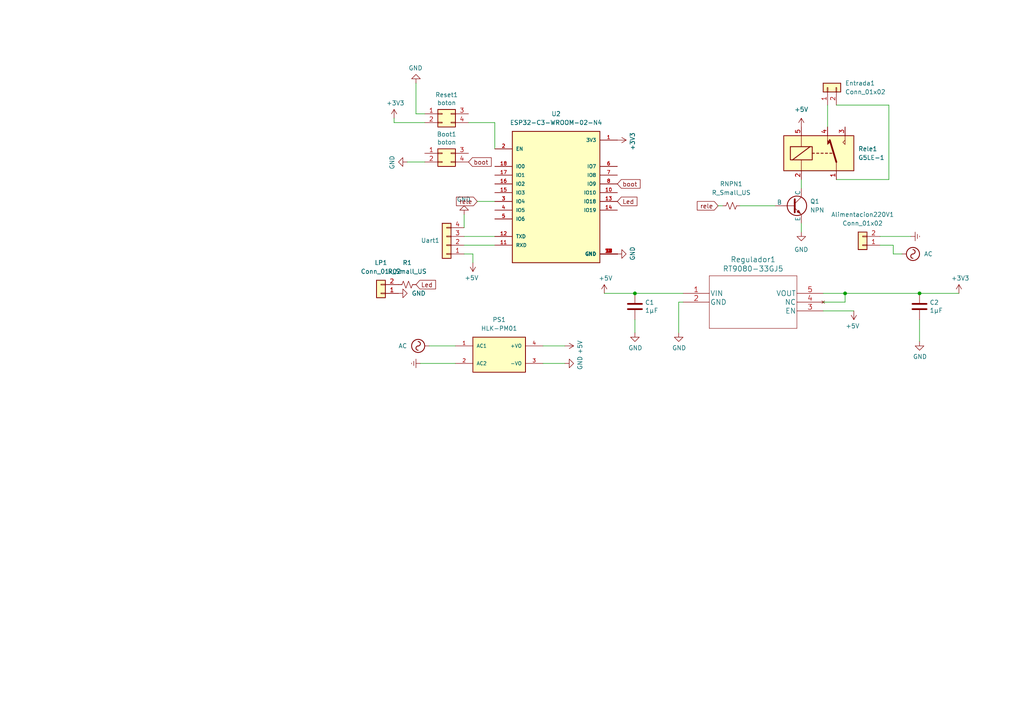
<source format=kicad_sch>
(kicad_sch (version 20230121) (generator eeschema)

  (uuid 80db4431-3d99-4d7e-9a1e-9fe7fef00ed3)

  (paper "A4")

  (title_block
    (title "Enchufe_Inteligente")
    (date "2024-04-15")
    (rev "V1.0")
  )

  (lib_symbols
    (symbol "Connector_Generic:Conn_01x02" (pin_names (offset 1.016) hide) (in_bom yes) (on_board yes)
      (property "Reference" "J" (at 0 2.54 0)
        (effects (font (size 1.27 1.27)))
      )
      (property "Value" "Conn_01x02" (at 0 -5.08 0)
        (effects (font (size 1.27 1.27)))
      )
      (property "Footprint" "" (at 0 0 0)
        (effects (font (size 1.27 1.27)) hide)
      )
      (property "Datasheet" "~" (at 0 0 0)
        (effects (font (size 1.27 1.27)) hide)
      )
      (property "ki_keywords" "connector" (at 0 0 0)
        (effects (font (size 1.27 1.27)) hide)
      )
      (property "ki_description" "Generic connector, single row, 01x02, script generated (kicad-library-utils/schlib/autogen/connector/)" (at 0 0 0)
        (effects (font (size 1.27 1.27)) hide)
      )
      (property "ki_fp_filters" "Connector*:*_1x??_*" (at 0 0 0)
        (effects (font (size 1.27 1.27)) hide)
      )
      (symbol "Conn_01x02_1_1"
        (rectangle (start -1.27 -2.413) (end 0 -2.667)
          (stroke (width 0.1524) (type default))
          (fill (type none))
        )
        (rectangle (start -1.27 0.127) (end 0 -0.127)
          (stroke (width 0.1524) (type default))
          (fill (type none))
        )
        (rectangle (start -1.27 1.27) (end 1.27 -3.81)
          (stroke (width 0.254) (type default))
          (fill (type background))
        )
        (pin passive line (at -5.08 0 0) (length 3.81)
          (name "Pin_1" (effects (font (size 1.27 1.27))))
          (number "1" (effects (font (size 1.27 1.27))))
        )
        (pin passive line (at -5.08 -2.54 0) (length 3.81)
          (name "Pin_2" (effects (font (size 1.27 1.27))))
          (number "2" (effects (font (size 1.27 1.27))))
        )
      )
    )
    (symbol "Connector_Generic:Conn_01x04" (pin_names (offset 1.016) hide) (in_bom yes) (on_board yes)
      (property "Reference" "J" (at 0 5.08 0)
        (effects (font (size 1.27 1.27)))
      )
      (property "Value" "Conn_01x04" (at 0 -7.62 0)
        (effects (font (size 1.27 1.27)))
      )
      (property "Footprint" "" (at 0 0 0)
        (effects (font (size 1.27 1.27)) hide)
      )
      (property "Datasheet" "~" (at 0 0 0)
        (effects (font (size 1.27 1.27)) hide)
      )
      (property "ki_keywords" "connector" (at 0 0 0)
        (effects (font (size 1.27 1.27)) hide)
      )
      (property "ki_description" "Generic connector, single row, 01x04, script generated (kicad-library-utils/schlib/autogen/connector/)" (at 0 0 0)
        (effects (font (size 1.27 1.27)) hide)
      )
      (property "ki_fp_filters" "Connector*:*_1x??_*" (at 0 0 0)
        (effects (font (size 1.27 1.27)) hide)
      )
      (symbol "Conn_01x04_1_1"
        (rectangle (start -1.27 -4.953) (end 0 -5.207)
          (stroke (width 0.1524) (type default))
          (fill (type none))
        )
        (rectangle (start -1.27 -2.413) (end 0 -2.667)
          (stroke (width 0.1524) (type default))
          (fill (type none))
        )
        (rectangle (start -1.27 0.127) (end 0 -0.127)
          (stroke (width 0.1524) (type default))
          (fill (type none))
        )
        (rectangle (start -1.27 2.667) (end 0 2.413)
          (stroke (width 0.1524) (type default))
          (fill (type none))
        )
        (rectangle (start -1.27 3.81) (end 1.27 -6.35)
          (stroke (width 0.254) (type default))
          (fill (type background))
        )
        (pin passive line (at -5.08 2.54 0) (length 3.81)
          (name "Pin_1" (effects (font (size 1.27 1.27))))
          (number "1" (effects (font (size 1.27 1.27))))
        )
        (pin passive line (at -5.08 0 0) (length 3.81)
          (name "Pin_2" (effects (font (size 1.27 1.27))))
          (number "2" (effects (font (size 1.27 1.27))))
        )
        (pin passive line (at -5.08 -2.54 0) (length 3.81)
          (name "Pin_3" (effects (font (size 1.27 1.27))))
          (number "3" (effects (font (size 1.27 1.27))))
        )
        (pin passive line (at -5.08 -5.08 0) (length 3.81)
          (name "Pin_4" (effects (font (size 1.27 1.27))))
          (number "4" (effects (font (size 1.27 1.27))))
        )
      )
    )
    (symbol "Connector_Generic:Conn_02x02_Top_Bottom" (pin_names (offset 1.016) hide) (in_bom yes) (on_board yes)
      (property "Reference" "J" (at 1.27 2.54 0)
        (effects (font (size 1.27 1.27)))
      )
      (property "Value" "Conn_02x02_Top_Bottom" (at 1.27 -5.08 0)
        (effects (font (size 1.27 1.27)))
      )
      (property "Footprint" "" (at 0 0 0)
        (effects (font (size 1.27 1.27)) hide)
      )
      (property "Datasheet" "~" (at 0 0 0)
        (effects (font (size 1.27 1.27)) hide)
      )
      (property "ki_keywords" "connector" (at 0 0 0)
        (effects (font (size 1.27 1.27)) hide)
      )
      (property "ki_description" "Generic connector, double row, 02x02, top/bottom pin numbering scheme (row 1: 1...pins_per_row, row2: pins_per_row+1 ... num_pins), script generated (kicad-library-utils/schlib/autogen/connector/)" (at 0 0 0)
        (effects (font (size 1.27 1.27)) hide)
      )
      (property "ki_fp_filters" "Connector*:*_2x??_*" (at 0 0 0)
        (effects (font (size 1.27 1.27)) hide)
      )
      (symbol "Conn_02x02_Top_Bottom_1_1"
        (rectangle (start -1.27 -2.413) (end 0 -2.667)
          (stroke (width 0.1524) (type default))
          (fill (type none))
        )
        (rectangle (start -1.27 0.127) (end 0 -0.127)
          (stroke (width 0.1524) (type default))
          (fill (type none))
        )
        (rectangle (start -1.27 1.27) (end 3.81 -3.81)
          (stroke (width 0.254) (type default))
          (fill (type background))
        )
        (rectangle (start 3.81 -2.413) (end 2.54 -2.667)
          (stroke (width 0.1524) (type default))
          (fill (type none))
        )
        (rectangle (start 3.81 0.127) (end 2.54 -0.127)
          (stroke (width 0.1524) (type default))
          (fill (type none))
        )
        (pin passive line (at -5.08 0 0) (length 3.81)
          (name "Pin_1" (effects (font (size 1.27 1.27))))
          (number "1" (effects (font (size 1.27 1.27))))
        )
        (pin passive line (at -5.08 -2.54 0) (length 3.81)
          (name "Pin_2" (effects (font (size 1.27 1.27))))
          (number "2" (effects (font (size 1.27 1.27))))
        )
        (pin passive line (at 7.62 0 180) (length 3.81)
          (name "Pin_3" (effects (font (size 1.27 1.27))))
          (number "3" (effects (font (size 1.27 1.27))))
        )
        (pin passive line (at 7.62 -2.54 180) (length 3.81)
          (name "Pin_4" (effects (font (size 1.27 1.27))))
          (number "4" (effects (font (size 1.27 1.27))))
        )
      )
    )
    (symbol "Device:C" (pin_numbers hide) (pin_names (offset 0.254)) (in_bom yes) (on_board yes)
      (property "Reference" "C" (at 0.635 2.54 0)
        (effects (font (size 1.27 1.27)) (justify left))
      )
      (property "Value" "C" (at 0.635 -2.54 0)
        (effects (font (size 1.27 1.27)) (justify left))
      )
      (property "Footprint" "" (at 0.9652 -3.81 0)
        (effects (font (size 1.27 1.27)) hide)
      )
      (property "Datasheet" "~" (at 0 0 0)
        (effects (font (size 1.27 1.27)) hide)
      )
      (property "ki_keywords" "cap capacitor" (at 0 0 0)
        (effects (font (size 1.27 1.27)) hide)
      )
      (property "ki_description" "Unpolarized capacitor" (at 0 0 0)
        (effects (font (size 1.27 1.27)) hide)
      )
      (property "ki_fp_filters" "C_*" (at 0 0 0)
        (effects (font (size 1.27 1.27)) hide)
      )
      (symbol "C_0_1"
        (polyline
          (pts
            (xy -2.032 -0.762)
            (xy 2.032 -0.762)
          )
          (stroke (width 0.508) (type default))
          (fill (type none))
        )
        (polyline
          (pts
            (xy -2.032 0.762)
            (xy 2.032 0.762)
          )
          (stroke (width 0.508) (type default))
          (fill (type none))
        )
      )
      (symbol "C_1_1"
        (pin passive line (at 0 3.81 270) (length 2.794)
          (name "~" (effects (font (size 1.27 1.27))))
          (number "1" (effects (font (size 1.27 1.27))))
        )
        (pin passive line (at 0 -3.81 90) (length 2.794)
          (name "~" (effects (font (size 1.27 1.27))))
          (number "2" (effects (font (size 1.27 1.27))))
        )
      )
    )
    (symbol "Device:R_Small_US" (pin_numbers hide) (pin_names (offset 0.254) hide) (in_bom yes) (on_board yes)
      (property "Reference" "R" (at 0.762 0.508 0)
        (effects (font (size 1.27 1.27)) (justify left))
      )
      (property "Value" "R_Small_US" (at 0.762 -1.016 0)
        (effects (font (size 1.27 1.27)) (justify left))
      )
      (property "Footprint" "" (at 0 0 0)
        (effects (font (size 1.27 1.27)) hide)
      )
      (property "Datasheet" "~" (at 0 0 0)
        (effects (font (size 1.27 1.27)) hide)
      )
      (property "ki_keywords" "r resistor" (at 0 0 0)
        (effects (font (size 1.27 1.27)) hide)
      )
      (property "ki_description" "Resistor, small US symbol" (at 0 0 0)
        (effects (font (size 1.27 1.27)) hide)
      )
      (property "ki_fp_filters" "R_*" (at 0 0 0)
        (effects (font (size 1.27 1.27)) hide)
      )
      (symbol "R_Small_US_1_1"
        (polyline
          (pts
            (xy 0 0)
            (xy 1.016 -0.381)
            (xy 0 -0.762)
            (xy -1.016 -1.143)
            (xy 0 -1.524)
          )
          (stroke (width 0) (type default))
          (fill (type none))
        )
        (polyline
          (pts
            (xy 0 1.524)
            (xy 1.016 1.143)
            (xy 0 0.762)
            (xy -1.016 0.381)
            (xy 0 0)
          )
          (stroke (width 0) (type default))
          (fill (type none))
        )
        (pin passive line (at 0 2.54 270) (length 1.016)
          (name "~" (effects (font (size 1.27 1.27))))
          (number "1" (effects (font (size 1.27 1.27))))
        )
        (pin passive line (at 0 -2.54 90) (length 1.016)
          (name "~" (effects (font (size 1.27 1.27))))
          (number "2" (effects (font (size 1.27 1.27))))
        )
      )
    )
    (symbol "KikadSimbolos:ESP32-C3-WROOM-02-N4" (pin_names (offset 1.016)) (in_bom yes) (on_board yes)
      (property "Reference" "U" (at -12.7 21.082 0)
        (effects (font (size 1.27 1.27)) (justify left bottom))
      )
      (property "Value" "ESP32-C3-WROOM-02-N4" (at -12.7 -18.542 0)
        (effects (font (size 1.27 1.27)) (justify left top))
      )
      (property "Footprint" "ESP32-C3-WROOM-02-N4:MODULE_ESP32-C3-WROOM-02-H4" (at 0 0 0)
        (effects (font (size 1.27 1.27)) (justify bottom) hide)
      )
      (property "Datasheet" "" (at 0 0 0)
        (effects (font (size 1.27 1.27)) hide)
      )
      (property "MF" "Espressif Systems" (at 0 0 0)
        (effects (font (size 1.27 1.27)) (justify bottom) hide)
      )
      (property "DESCRIPTION" "WiFi Modules (802.11) (Engineering Samples) SMD module, ESP32-C3, 4MB SPI flash, PCB antenna, -40 C +105 C" (at 0 0 0)
        (effects (font (size 1.27 1.27)) (justify bottom) hide)
      )
      (property "PACKAGE" "Package" (at 0 0 0)
        (effects (font (size 1.27 1.27)) (justify bottom) hide)
      )
      (property "PRICE" "None" (at 0 0 0)
        (effects (font (size 1.27 1.27)) (justify bottom) hide)
      )
      (property "Package" "Package" (at 0 0 0)
        (effects (font (size 1.27 1.27)) (justify bottom) hide)
      )
      (property "Check_prices" "https://www.snapeda.com/parts/ESP32-C3-WROOM-02-N4/Espressif+Systems/view-part/?ref=eda" (at 0 0 0)
        (effects (font (size 1.27 1.27)) (justify bottom) hide)
      )
      (property "Price" "None" (at 0 0 0)
        (effects (font (size 1.27 1.27)) (justify bottom) hide)
      )
      (property "SnapEDA_Link" "https://www.snapeda.com/parts/ESP32-C3-WROOM-02-N4/Espressif+Systems/view-part/?ref=snap" (at 0 0 0)
        (effects (font (size 1.27 1.27)) (justify bottom) hide)
      )
      (property "MP" "ESP32-C3-WROOM-02-N4" (at 0 0 0)
        (effects (font (size 1.27 1.27)) (justify bottom) hide)
      )
      (property "Description" "\n                        \n                            WiFi Modules (802.11) (Engineering Samples) SMD module, ESP32-C3, 4MB SPI flash, PCB antenna, -40 C +85 C\n                        \n" (at 0 0 0)
        (effects (font (size 1.27 1.27)) (justify bottom) hide)
      )
      (property "Availability" "In Stock" (at 0 0 0)
        (effects (font (size 1.27 1.27)) (justify bottom) hide)
      )
      (property "AVAILABILITY" "In Stock" (at 0 0 0)
        (effects (font (size 1.27 1.27)) (justify bottom) hide)
      )
      (property "PURCHASE-URL" "https://pricing.snapeda.com/search/part/ESP32-C3-WROOM-02-H4/?ref=eda" (at 0 0 0)
        (effects (font (size 1.27 1.27)) (justify bottom) hide)
      )
      (symbol "ESP32-C3-WROOM-02-N4_0_0"
        (rectangle (start -12.7 -17.78) (end 12.7 20.32)
          (stroke (width 0.254) (type default))
          (fill (type background))
        )
        (pin power_in line (at 17.78 17.78 180) (length 5.08)
          (name "3V3" (effects (font (size 1.016 1.016))))
          (number "1" (effects (font (size 1.016 1.016))))
        )
        (pin bidirectional line (at 17.78 2.54 180) (length 5.08)
          (name "IO10" (effects (font (size 1.016 1.016))))
          (number "10" (effects (font (size 1.016 1.016))))
        )
        (pin bidirectional line (at -17.78 -12.7 0) (length 5.08)
          (name "RXD" (effects (font (size 1.016 1.016))))
          (number "11" (effects (font (size 1.016 1.016))))
        )
        (pin bidirectional line (at -17.78 -10.16 0) (length 5.08)
          (name "TXD" (effects (font (size 1.016 1.016))))
          (number "12" (effects (font (size 1.016 1.016))))
        )
        (pin bidirectional line (at 17.78 0 180) (length 5.08)
          (name "IO18" (effects (font (size 1.016 1.016))))
          (number "13" (effects (font (size 1.016 1.016))))
        )
        (pin bidirectional line (at 17.78 -2.54 180) (length 5.08)
          (name "IO19" (effects (font (size 1.016 1.016))))
          (number "14" (effects (font (size 1.016 1.016))))
        )
        (pin bidirectional line (at -17.78 2.54 0) (length 5.08)
          (name "IO3" (effects (font (size 1.016 1.016))))
          (number "15" (effects (font (size 1.016 1.016))))
        )
        (pin bidirectional line (at -17.78 5.08 0) (length 5.08)
          (name "IO2" (effects (font (size 1.016 1.016))))
          (number "16" (effects (font (size 1.016 1.016))))
        )
        (pin bidirectional line (at -17.78 7.62 0) (length 5.08)
          (name "IO1" (effects (font (size 1.016 1.016))))
          (number "17" (effects (font (size 1.016 1.016))))
        )
        (pin bidirectional line (at -17.78 10.16 0) (length 5.08)
          (name "IO0" (effects (font (size 1.016 1.016))))
          (number "18" (effects (font (size 1.016 1.016))))
        )
        (pin power_in line (at 17.78 -15.24 180) (length 5.08)
          (name "GND" (effects (font (size 1.016 1.016))))
          (number "19" (effects (font (size 1.016 1.016))))
        )
        (pin input line (at -17.78 15.24 0) (length 5.08)
          (name "EN" (effects (font (size 1.016 1.016))))
          (number "2" (effects (font (size 1.016 1.016))))
        )
        (pin power_in line (at 17.78 -15.24 180) (length 5.08)
          (name "GND" (effects (font (size 1.016 1.016))))
          (number "20" (effects (font (size 1.016 1.016))))
        )
        (pin power_in line (at 17.78 -15.24 180) (length 5.08)
          (name "GND" (effects (font (size 1.016 1.016))))
          (number "21" (effects (font (size 1.016 1.016))))
        )
        (pin power_in line (at 17.78 -15.24 180) (length 5.08)
          (name "GND" (effects (font (size 1.016 1.016))))
          (number "22" (effects (font (size 1.016 1.016))))
        )
        (pin power_in line (at 17.78 -15.24 180) (length 5.08)
          (name "GND" (effects (font (size 1.016 1.016))))
          (number "23" (effects (font (size 1.016 1.016))))
        )
        (pin power_in line (at 17.78 -15.24 180) (length 5.08)
          (name "GND" (effects (font (size 1.016 1.016))))
          (number "24" (effects (font (size 1.016 1.016))))
        )
        (pin power_in line (at 17.78 -15.24 180) (length 5.08)
          (name "GND" (effects (font (size 1.016 1.016))))
          (number "25" (effects (font (size 1.016 1.016))))
        )
        (pin power_in line (at 17.78 -15.24 180) (length 5.08)
          (name "GND" (effects (font (size 1.016 1.016))))
          (number "26" (effects (font (size 1.016 1.016))))
        )
        (pin power_in line (at 17.78 -15.24 180) (length 5.08)
          (name "GND" (effects (font (size 1.016 1.016))))
          (number "27" (effects (font (size 1.016 1.016))))
        )
        (pin power_in line (at 17.78 -15.24 180) (length 5.08)
          (name "GND" (effects (font (size 1.016 1.016))))
          (number "28" (effects (font (size 1.016 1.016))))
        )
        (pin power_in line (at 17.78 -15.24 180) (length 5.08)
          (name "GND" (effects (font (size 1.016 1.016))))
          (number "29" (effects (font (size 1.016 1.016))))
        )
        (pin bidirectional line (at -17.78 0 0) (length 5.08)
          (name "IO4" (effects (font (size 1.016 1.016))))
          (number "3" (effects (font (size 1.016 1.016))))
        )
        (pin power_in line (at 17.78 -15.24 180) (length 5.08)
          (name "GND" (effects (font (size 1.016 1.016))))
          (number "30" (effects (font (size 1.016 1.016))))
        )
        (pin power_in line (at 17.78 -15.24 180) (length 5.08)
          (name "GND" (effects (font (size 1.016 1.016))))
          (number "31" (effects (font (size 1.016 1.016))))
        )
        (pin power_in line (at 17.78 -15.24 180) (length 5.08)
          (name "GND" (effects (font (size 1.016 1.016))))
          (number "32" (effects (font (size 1.016 1.016))))
        )
        (pin power_in line (at 17.78 -15.24 180) (length 5.08)
          (name "GND" (effects (font (size 1.016 1.016))))
          (number "33" (effects (font (size 1.016 1.016))))
        )
        (pin power_in line (at 17.78 -15.24 180) (length 5.08)
          (name "GND" (effects (font (size 1.016 1.016))))
          (number "34" (effects (font (size 1.016 1.016))))
        )
        (pin power_in line (at 17.78 -15.24 180) (length 5.08)
          (name "GND" (effects (font (size 1.016 1.016))))
          (number "35" (effects (font (size 1.016 1.016))))
        )
        (pin power_in line (at 17.78 -15.24 180) (length 5.08)
          (name "GND" (effects (font (size 1.016 1.016))))
          (number "36" (effects (font (size 1.016 1.016))))
        )
        (pin power_in line (at 17.78 -15.24 180) (length 5.08)
          (name "GND" (effects (font (size 1.016 1.016))))
          (number "37" (effects (font (size 1.016 1.016))))
        )
        (pin power_in line (at 17.78 -15.24 180) (length 5.08)
          (name "GND" (effects (font (size 1.016 1.016))))
          (number "38" (effects (font (size 1.016 1.016))))
        )
        (pin power_in line (at 17.78 -15.24 180) (length 5.08)
          (name "GND" (effects (font (size 1.016 1.016))))
          (number "39" (effects (font (size 1.016 1.016))))
        )
        (pin bidirectional line (at -17.78 -2.54 0) (length 5.08)
          (name "IO5" (effects (font (size 1.016 1.016))))
          (number "4" (effects (font (size 1.016 1.016))))
        )
        (pin bidirectional line (at -17.78 -5.08 0) (length 5.08)
          (name "IO6" (effects (font (size 1.016 1.016))))
          (number "5" (effects (font (size 1.016 1.016))))
        )
        (pin bidirectional line (at 17.78 10.16 180) (length 5.08)
          (name "IO7" (effects (font (size 1.016 1.016))))
          (number "6" (effects (font (size 1.016 1.016))))
        )
        (pin bidirectional line (at 17.78 7.62 180) (length 5.08)
          (name "IO8" (effects (font (size 1.016 1.016))))
          (number "7" (effects (font (size 1.016 1.016))))
        )
        (pin bidirectional line (at 17.78 5.08 180) (length 5.08)
          (name "IO9" (effects (font (size 1.016 1.016))))
          (number "8" (effects (font (size 1.016 1.016))))
        )
        (pin power_in line (at 17.78 -15.24 180) (length 5.08)
          (name "GND" (effects (font (size 1.016 1.016))))
          (number "9" (effects (font (size 1.016 1.016))))
        )
      )
    )
    (symbol "KikadSimbolos:HLK-PM01" (pin_names (offset 1.016)) (in_bom yes) (on_board yes)
      (property "Reference" "PS" (at -7.62 5.588 0)
        (effects (font (size 1.27 1.27)) (justify left bottom))
      )
      (property "Value" "HLK-PM01" (at -7.62 -7.112 0)
        (effects (font (size 1.27 1.27)) (justify left bottom))
      )
      (property "Footprint" "HLK-PM01:CONV_HLK-PM01" (at 0 0 0)
        (effects (font (size 1.27 1.27)) (justify bottom) hide)
      )
      (property "Datasheet" "" (at 0 0 0)
        (effects (font (size 1.27 1.27)) hide)
      )
      (property "MF" "Hi-link" (at 0 0 0)
        (effects (font (size 1.27 1.27)) (justify bottom) hide)
      )
      (property "MAXIMUM_PACKAGE_HEIGHT" "15 mm" (at 0 0 0)
        (effects (font (size 1.27 1.27)) (justify bottom) hide)
      )
      (property "Package" "None" (at 0 0 0)
        (effects (font (size 1.27 1.27)) (justify bottom) hide)
      )
      (property "Price" "None" (at 0 0 0)
        (effects (font (size 1.27 1.27)) (justify bottom) hide)
      )
      (property "Check_prices" "https://www.snapeda.com/parts/hlk-pm01/Hi-link/view-part/?ref=eda" (at 0 0 0)
        (effects (font (size 1.27 1.27)) (justify bottom) hide)
      )
      (property "STANDARD" "Manufacturer Recommendation" (at 0 0 0)
        (effects (font (size 1.27 1.27)) (justify bottom) hide)
      )
      (property "SnapEDA_Link" "https://www.snapeda.com/parts/hlk-pm01/Hi-link/view-part/?ref=snap" (at 0 0 0)
        (effects (font (size 1.27 1.27)) (justify bottom) hide)
      )
      (property "MP" "hlk-pm01" (at 0 0 0)
        (effects (font (size 1.27 1.27)) (justify bottom) hide)
      )
      (property "Description" "\n                        \n                            The HLK-PM01 is a small size low cost AC to DC converter which can take in 110V/220V AC at 50/60 Hz and give 5V 3W output. The module is can be used in designs which run on 5V and needs to be powered form the AC mains.\n                        \n" (at 0 0 0)
        (effects (font (size 1.27 1.27)) (justify bottom) hide)
      )
      (property "MANUFACTURER" "Hi-link" (at 0 0 0)
        (effects (font (size 1.27 1.27)) (justify bottom) hide)
      )
      (property "Availability" "Not in stock" (at 0 0 0)
        (effects (font (size 1.27 1.27)) (justify bottom) hide)
      )
      (property "SNAPEDA_PN" "hlk-pm01" (at 0 0 0)
        (effects (font (size 1.27 1.27)) (justify bottom) hide)
      )
      (symbol "HLK-PM01_0_0"
        (rectangle (start -7.62 -5.08) (end 7.62 5.08)
          (stroke (width 0.254) (type default))
          (fill (type background))
        )
        (pin input line (at -12.7 2.54 0) (length 5.08)
          (name "AC1" (effects (font (size 1.016 1.016))))
          (number "1" (effects (font (size 1.016 1.016))))
        )
        (pin input line (at -12.7 -2.54 0) (length 5.08)
          (name "AC2" (effects (font (size 1.016 1.016))))
          (number "2" (effects (font (size 1.016 1.016))))
        )
        (pin output line (at 12.7 -2.54 180) (length 5.08)
          (name "-VO" (effects (font (size 1.016 1.016))))
          (number "3" (effects (font (size 1.016 1.016))))
        )
        (pin output line (at 12.7 2.54 180) (length 5.08)
          (name "+VO" (effects (font (size 1.016 1.016))))
          (number "4" (effects (font (size 1.016 1.016))))
        )
      )
    )
    (symbol "Relay:G5LE-1" (in_bom yes) (on_board yes)
      (property "Reference" "K" (at 11.43 3.81 0)
        (effects (font (size 1.27 1.27)) (justify left))
      )
      (property "Value" "G5LE-1" (at 11.43 1.27 0)
        (effects (font (size 1.27 1.27)) (justify left))
      )
      (property "Footprint" "Relay_THT:Relay_SPDT_Omron-G5LE-1" (at 11.43 -1.27 0)
        (effects (font (size 1.27 1.27)) (justify left) hide)
      )
      (property "Datasheet" "http://www.omron.com/ecb/products/pdf/en-g5le.pdf" (at 0 0 0)
        (effects (font (size 1.27 1.27)) hide)
      )
      (property "ki_keywords" "Miniature Single Pole Relay" (at 0 0 0)
        (effects (font (size 1.27 1.27)) hide)
      )
      (property "ki_description" "Omron G5LE relay, Miniature Single Pole, SPDT, 10A" (at 0 0 0)
        (effects (font (size 1.27 1.27)) hide)
      )
      (property "ki_fp_filters" "Relay*SPDT*Omron*G5LE?1*" (at 0 0 0)
        (effects (font (size 1.27 1.27)) hide)
      )
      (symbol "G5LE-1_0_0"
        (polyline
          (pts
            (xy 7.62 5.08)
            (xy 7.62 2.54)
            (xy 6.985 3.175)
            (xy 7.62 3.81)
          )
          (stroke (width 0) (type default))
          (fill (type none))
        )
      )
      (symbol "G5LE-1_0_1"
        (rectangle (start -10.16 5.08) (end 10.16 -5.08)
          (stroke (width 0.254) (type default))
          (fill (type background))
        )
        (rectangle (start -8.255 1.905) (end -1.905 -1.905)
          (stroke (width 0.254) (type default))
          (fill (type none))
        )
        (polyline
          (pts
            (xy -7.62 -1.905)
            (xy -2.54 1.905)
          )
          (stroke (width 0.254) (type default))
          (fill (type none))
        )
        (polyline
          (pts
            (xy -5.08 -5.08)
            (xy -5.08 -1.905)
          )
          (stroke (width 0) (type default))
          (fill (type none))
        )
        (polyline
          (pts
            (xy -5.08 5.08)
            (xy -5.08 1.905)
          )
          (stroke (width 0) (type default))
          (fill (type none))
        )
        (polyline
          (pts
            (xy -1.905 0)
            (xy -1.27 0)
          )
          (stroke (width 0.254) (type default))
          (fill (type none))
        )
        (polyline
          (pts
            (xy -0.635 0)
            (xy 0 0)
          )
          (stroke (width 0.254) (type default))
          (fill (type none))
        )
        (polyline
          (pts
            (xy 0.635 0)
            (xy 1.27 0)
          )
          (stroke (width 0.254) (type default))
          (fill (type none))
        )
        (polyline
          (pts
            (xy 1.905 0)
            (xy 2.54 0)
          )
          (stroke (width 0.254) (type default))
          (fill (type none))
        )
        (polyline
          (pts
            (xy 3.175 0)
            (xy 3.81 0)
          )
          (stroke (width 0.254) (type default))
          (fill (type none))
        )
        (polyline
          (pts
            (xy 5.08 -2.54)
            (xy 3.175 3.81)
          )
          (stroke (width 0.508) (type default))
          (fill (type none))
        )
        (polyline
          (pts
            (xy 5.08 -2.54)
            (xy 5.08 -5.08)
          )
          (stroke (width 0) (type default))
          (fill (type none))
        )
        (polyline
          (pts
            (xy 2.54 5.08)
            (xy 2.54 2.54)
            (xy 3.175 3.175)
            (xy 2.54 3.81)
          )
          (stroke (width 0) (type default))
          (fill (type outline))
        )
      )
      (symbol "G5LE-1_1_1"
        (pin passive line (at 5.08 -7.62 90) (length 2.54)
          (name "~" (effects (font (size 1.27 1.27))))
          (number "1" (effects (font (size 1.27 1.27))))
        )
        (pin passive line (at -5.08 -7.62 90) (length 2.54)
          (name "~" (effects (font (size 1.27 1.27))))
          (number "2" (effects (font (size 1.27 1.27))))
        )
        (pin passive line (at 7.62 7.62 270) (length 2.54)
          (name "~" (effects (font (size 1.27 1.27))))
          (number "3" (effects (font (size 1.27 1.27))))
        )
        (pin passive line (at 2.54 7.62 270) (length 2.54)
          (name "~" (effects (font (size 1.27 1.27))))
          (number "4" (effects (font (size 1.27 1.27))))
        )
        (pin passive line (at -5.08 7.62 270) (length 2.54)
          (name "~" (effects (font (size 1.27 1.27))))
          (number "5" (effects (font (size 1.27 1.27))))
        )
      )
    )
    (symbol "Simulation_SPICE:NPN" (pin_numbers hide) (pin_names (offset 0)) (in_bom yes) (on_board yes)
      (property "Reference" "Q" (at -2.54 7.62 0)
        (effects (font (size 1.27 1.27)))
      )
      (property "Value" "NPN" (at -2.54 5.08 0)
        (effects (font (size 1.27 1.27)))
      )
      (property "Footprint" "" (at 63.5 0 0)
        (effects (font (size 1.27 1.27)) hide)
      )
      (property "Datasheet" "~" (at 63.5 0 0)
        (effects (font (size 1.27 1.27)) hide)
      )
      (property "Sim.Device" "NPN" (at 0 0 0)
        (effects (font (size 1.27 1.27)) hide)
      )
      (property "Sim.Type" "GUMMELPOON" (at 0 0 0)
        (effects (font (size 1.27 1.27)) hide)
      )
      (property "Sim.Pins" "1=C 2=B 3=E" (at 0 0 0)
        (effects (font (size 1.27 1.27)) hide)
      )
      (property "ki_keywords" "simulation" (at 0 0 0)
        (effects (font (size 1.27 1.27)) hide)
      )
      (property "ki_description" "Bipolar transistor symbol for simulation only, substrate tied to the emitter" (at 0 0 0)
        (effects (font (size 1.27 1.27)) hide)
      )
      (symbol "NPN_0_1"
        (polyline
          (pts
            (xy -2.54 0)
            (xy 0.635 0)
          )
          (stroke (width 0.1524) (type default))
          (fill (type none))
        )
        (polyline
          (pts
            (xy 0.635 0.635)
            (xy 2.54 2.54)
          )
          (stroke (width 0) (type default))
          (fill (type none))
        )
        (polyline
          (pts
            (xy 2.794 -1.27)
            (xy 2.794 -1.27)
          )
          (stroke (width 0.1524) (type default))
          (fill (type none))
        )
        (polyline
          (pts
            (xy 2.794 -1.27)
            (xy 2.794 -1.27)
          )
          (stroke (width 0.1524) (type default))
          (fill (type none))
        )
        (polyline
          (pts
            (xy 0.635 -0.635)
            (xy 2.54 -2.54)
            (xy 2.54 -2.54)
          )
          (stroke (width 0) (type default))
          (fill (type none))
        )
        (polyline
          (pts
            (xy 0.635 1.905)
            (xy 0.635 -1.905)
            (xy 0.635 -1.905)
          )
          (stroke (width 0.508) (type default))
          (fill (type none))
        )
        (polyline
          (pts
            (xy 1.27 -1.778)
            (xy 1.778 -1.27)
            (xy 2.286 -2.286)
            (xy 1.27 -1.778)
            (xy 1.27 -1.778)
          )
          (stroke (width 0) (type default))
          (fill (type outline))
        )
        (circle (center 1.27 0) (radius 2.8194)
          (stroke (width 0.254) (type default))
          (fill (type none))
        )
      )
      (symbol "NPN_1_1"
        (pin open_collector line (at 2.54 5.08 270) (length 2.54)
          (name "C" (effects (font (size 1.27 1.27))))
          (number "1" (effects (font (size 1.27 1.27))))
        )
        (pin input line (at -5.08 0 0) (length 2.54)
          (name "B" (effects (font (size 1.27 1.27))))
          (number "2" (effects (font (size 1.27 1.27))))
        )
        (pin open_emitter line (at 2.54 -5.08 90) (length 2.54)
          (name "E" (effects (font (size 1.27 1.27))))
          (number "3" (effects (font (size 1.27 1.27))))
        )
      )
    )
    (symbol "pcbVentana-rescue:+3.3V-power" (power) (pin_names (offset 0)) (in_bom yes) (on_board yes)
      (property "Reference" "#PWR" (at 0 -3.81 0)
        (effects (font (size 1.27 1.27)) hide)
      )
      (property "Value" "+3.3V-power" (at 0 3.556 0)
        (effects (font (size 1.27 1.27)))
      )
      (property "Footprint" "" (at 0 0 0)
        (effects (font (size 1.27 1.27)) hide)
      )
      (property "Datasheet" "" (at 0 0 0)
        (effects (font (size 1.27 1.27)) hide)
      )
      (symbol "+3.3V-power_0_1"
        (polyline
          (pts
            (xy -0.762 1.27)
            (xy 0 2.54)
          )
          (stroke (width 0) (type solid))
          (fill (type none))
        )
        (polyline
          (pts
            (xy 0 0)
            (xy 0 2.54)
          )
          (stroke (width 0) (type solid))
          (fill (type none))
        )
        (polyline
          (pts
            (xy 0 2.54)
            (xy 0.762 1.27)
          )
          (stroke (width 0) (type solid))
          (fill (type none))
        )
      )
      (symbol "+3.3V-power_1_1"
        (pin power_in line (at 0 0 90) (length 0) hide
          (name "+3V3" (effects (font (size 1.27 1.27))))
          (number "1" (effects (font (size 1.27 1.27))))
        )
      )
    )
    (symbol "pcbVentana-rescue:RT9080-33GJ5-LibreriaTFG" (pin_names (offset 0.254)) (in_bom yes) (on_board yes)
      (property "Reference" "U" (at 20.32 10.16 0)
        (effects (font (size 1.524 1.524)))
      )
      (property "Value" "RT9080-33GJ5-LibreriaTFG" (at 20.32 7.62 0)
        (effects (font (size 1.524 1.524)))
      )
      (property "Footprint" "TSOT-23-5_RIT" (at 20.32 6.096 0)
        (effects (font (size 1.524 1.524)) hide)
      )
      (property "Datasheet" "" (at 0 0 0)
        (effects (font (size 1.524 1.524)))
      )
      (property "ki_fp_filters" "TSOT-23-5_RIT TSOT-23-5_RIT-M TSOT-23-5_RIT-L" (at 0 0 0)
        (effects (font (size 1.27 1.27)) hide)
      )
      (symbol "RT9080-33GJ5-LibreriaTFG_1_1"
        (polyline
          (pts
            (xy 7.62 -10.16)
            (xy 33.02 -10.16)
          )
          (stroke (width 0.127) (type solid))
          (fill (type none))
        )
        (polyline
          (pts
            (xy 7.62 5.08)
            (xy 7.62 -10.16)
          )
          (stroke (width 0.127) (type solid))
          (fill (type none))
        )
        (polyline
          (pts
            (xy 33.02 -10.16)
            (xy 33.02 5.08)
          )
          (stroke (width 0.127) (type solid))
          (fill (type none))
        )
        (polyline
          (pts
            (xy 33.02 5.08)
            (xy 7.62 5.08)
          )
          (stroke (width 0.127) (type solid))
          (fill (type none))
        )
        (pin power_in line (at 0 0 0) (length 7.62)
          (name "VIN" (effects (font (size 1.4986 1.4986))))
          (number "1" (effects (font (size 1.4986 1.4986))))
        )
        (pin power_in line (at 0 -2.54 0) (length 7.62)
          (name "GND" (effects (font (size 1.4986 1.4986))))
          (number "2" (effects (font (size 1.4986 1.4986))))
        )
        (pin input line (at 40.64 -5.08 180) (length 7.62)
          (name "EN" (effects (font (size 1.4986 1.4986))))
          (number "3" (effects (font (size 1.4986 1.4986))))
        )
        (pin no_connect line (at 40.64 -2.54 180) (length 7.62)
          (name "NC" (effects (font (size 1.4986 1.4986))))
          (number "4" (effects (font (size 1.4986 1.4986))))
        )
        (pin output line (at 40.64 0 180) (length 7.62)
          (name "VOUT" (effects (font (size 1.4986 1.4986))))
          (number "5" (effects (font (size 1.4986 1.4986))))
        )
      )
    )
    (symbol "power:+5V" (power) (pin_names (offset 0)) (in_bom yes) (on_board yes)
      (property "Reference" "#PWR" (at 0 -3.81 0)
        (effects (font (size 1.27 1.27)) hide)
      )
      (property "Value" "+5V" (at 0 3.556 0)
        (effects (font (size 1.27 1.27)))
      )
      (property "Footprint" "" (at 0 0 0)
        (effects (font (size 1.27 1.27)) hide)
      )
      (property "Datasheet" "" (at 0 0 0)
        (effects (font (size 1.27 1.27)) hide)
      )
      (property "ki_keywords" "global power" (at 0 0 0)
        (effects (font (size 1.27 1.27)) hide)
      )
      (property "ki_description" "Power symbol creates a global label with name \"+5V\"" (at 0 0 0)
        (effects (font (size 1.27 1.27)) hide)
      )
      (symbol "+5V_0_1"
        (polyline
          (pts
            (xy -0.762 1.27)
            (xy 0 2.54)
          )
          (stroke (width 0) (type default))
          (fill (type none))
        )
        (polyline
          (pts
            (xy 0 0)
            (xy 0 2.54)
          )
          (stroke (width 0) (type default))
          (fill (type none))
        )
        (polyline
          (pts
            (xy 0 2.54)
            (xy 0.762 1.27)
          )
          (stroke (width 0) (type default))
          (fill (type none))
        )
      )
      (symbol "+5V_1_1"
        (pin power_in line (at 0 0 90) (length 0) hide
          (name "+5V" (effects (font (size 1.27 1.27))))
          (number "1" (effects (font (size 1.27 1.27))))
        )
      )
    )
    (symbol "power:AC" (power) (pin_names (offset 0)) (in_bom yes) (on_board yes)
      (property "Reference" "#PWR" (at 0 -2.54 0)
        (effects (font (size 1.27 1.27)) hide)
      )
      (property "Value" "AC" (at 0 6.35 0)
        (effects (font (size 1.27 1.27)))
      )
      (property "Footprint" "" (at 0 0 0)
        (effects (font (size 1.27 1.27)) hide)
      )
      (property "Datasheet" "" (at 0 0 0)
        (effects (font (size 1.27 1.27)) hide)
      )
      (property "ki_keywords" "global power" (at 0 0 0)
        (effects (font (size 1.27 1.27)) hide)
      )
      (property "ki_description" "Power symbol creates a global label with name \"AC\"" (at 0 0 0)
        (effects (font (size 1.27 1.27)) hide)
      )
      (symbol "AC_0_1"
        (polyline
          (pts
            (xy 0 0)
            (xy 0 1.27)
          )
          (stroke (width 0) (type default))
          (fill (type none))
        )
        (arc (start 0 3.175) (mid -0.635 3.8073) (end -1.27 3.175)
          (stroke (width 0.254) (type default))
          (fill (type none))
        )
        (arc (start 0 3.175) (mid 0.635 2.5427) (end 1.27 3.175)
          (stroke (width 0.254) (type default))
          (fill (type none))
        )
        (circle (center 0 3.175) (radius 1.905)
          (stroke (width 0.254) (type default))
          (fill (type none))
        )
      )
      (symbol "AC_1_1"
        (pin power_in line (at 0 0 90) (length 0) hide
          (name "AC" (effects (font (size 1.27 1.27))))
          (number "1" (effects (font (size 1.27 1.27))))
        )
      )
    )
    (symbol "power:Earth" (power) (pin_names (offset 0)) (in_bom yes) (on_board yes)
      (property "Reference" "#PWR" (at 0 -6.35 0)
        (effects (font (size 1.27 1.27)) hide)
      )
      (property "Value" "Earth" (at 0 -3.81 0)
        (effects (font (size 1.27 1.27)) hide)
      )
      (property "Footprint" "" (at 0 0 0)
        (effects (font (size 1.27 1.27)) hide)
      )
      (property "Datasheet" "~" (at 0 0 0)
        (effects (font (size 1.27 1.27)) hide)
      )
      (property "ki_keywords" "global ground gnd" (at 0 0 0)
        (effects (font (size 1.27 1.27)) hide)
      )
      (property "ki_description" "Power symbol creates a global label with name \"Earth\"" (at 0 0 0)
        (effects (font (size 1.27 1.27)) hide)
      )
      (symbol "Earth_0_1"
        (polyline
          (pts
            (xy -0.635 -1.905)
            (xy 0.635 -1.905)
          )
          (stroke (width 0) (type default))
          (fill (type none))
        )
        (polyline
          (pts
            (xy -0.127 -2.54)
            (xy 0.127 -2.54)
          )
          (stroke (width 0) (type default))
          (fill (type none))
        )
        (polyline
          (pts
            (xy 0 -1.27)
            (xy 0 0)
          )
          (stroke (width 0) (type default))
          (fill (type none))
        )
        (polyline
          (pts
            (xy 1.27 -1.27)
            (xy -1.27 -1.27)
          )
          (stroke (width 0) (type default))
          (fill (type none))
        )
      )
      (symbol "Earth_1_1"
        (pin power_in line (at 0 0 270) (length 0) hide
          (name "Earth" (effects (font (size 1.27 1.27))))
          (number "1" (effects (font (size 1.27 1.27))))
        )
      )
    )
    (symbol "power:GND" (power) (pin_names (offset 0)) (in_bom yes) (on_board yes)
      (property "Reference" "#PWR" (at 0 -6.35 0)
        (effects (font (size 1.27 1.27)) hide)
      )
      (property "Value" "GND" (at 0 -3.81 0)
        (effects (font (size 1.27 1.27)))
      )
      (property "Footprint" "" (at 0 0 0)
        (effects (font (size 1.27 1.27)) hide)
      )
      (property "Datasheet" "" (at 0 0 0)
        (effects (font (size 1.27 1.27)) hide)
      )
      (property "ki_keywords" "global power" (at 0 0 0)
        (effects (font (size 1.27 1.27)) hide)
      )
      (property "ki_description" "Power symbol creates a global label with name \"GND\" , ground" (at 0 0 0)
        (effects (font (size 1.27 1.27)) hide)
      )
      (symbol "GND_0_1"
        (polyline
          (pts
            (xy 0 0)
            (xy 0 -1.27)
            (xy 1.27 -1.27)
            (xy 0 -2.54)
            (xy -1.27 -1.27)
            (xy 0 -1.27)
          )
          (stroke (width 0) (type default))
          (fill (type none))
        )
      )
      (symbol "GND_1_1"
        (pin power_in line (at 0 0 270) (length 0) hide
          (name "GND" (effects (font (size 1.27 1.27))))
          (number "1" (effects (font (size 1.27 1.27))))
        )
      )
    )
  )

  (junction (at 245.11 85.09) (diameter 0) (color 0 0 0 0)
    (uuid 8841d3ce-c76e-4be9-be63-e6170d167dd7)
  )
  (junction (at 266.7 85.09) (diameter 0) (color 0 0 0 0)
    (uuid bedc318a-586e-4d39-a068-3435d663022f)
  )
  (junction (at 184.15 85.09) (diameter 0) (color 0 0 0 0)
    (uuid ee435f83-bd52-448a-9784-bf771b23e9d0)
  )

  (wire (pts (xy 255.27 71.12) (xy 259.08 71.12))
    (stroke (width 0) (type default))
    (uuid 00c357f4-9684-4a63-884b-5a5f57f5ef45)
  )
  (wire (pts (xy 259.08 73.66) (xy 259.08 71.12))
    (stroke (width 0) (type default))
    (uuid 010464ba-3ad7-4ee7-a913-5ee5b3413984)
  )
  (wire (pts (xy 261.62 73.66) (xy 259.08 73.66))
    (stroke (width 0) (type default))
    (uuid 081ec5c6-c7f6-41d4-aca7-cd2c3fbe1e54)
  )
  (wire (pts (xy 238.76 90.17) (xy 247.65 90.17))
    (stroke (width 0) (type default))
    (uuid 0a4014e4-4a3c-437e-8012-bdbec3d6ae48)
  )
  (wire (pts (xy 184.15 92.71) (xy 184.15 96.52))
    (stroke (width 0) (type default))
    (uuid 1466448e-5362-4a00-b63b-564e83a7685b)
  )
  (wire (pts (xy 120.65 24.13) (xy 120.65 33.02))
    (stroke (width 0) (type default))
    (uuid 19eb2e45-737c-42e4-8ed3-1dab77d6a0b5)
  )
  (wire (pts (xy 240.03 30.48) (xy 240.03 36.83))
    (stroke (width 0) (type default))
    (uuid 1d06768a-f564-455f-9b4a-d1cd20f70304)
  )
  (wire (pts (xy 121.92 105.41) (xy 132.08 105.41))
    (stroke (width 0) (type default))
    (uuid 2432017e-a26b-40ef-8064-ae5c9defc009)
  )
  (wire (pts (xy 232.41 52.07) (xy 232.41 54.61))
    (stroke (width 0) (type default))
    (uuid 324ebf19-0b37-4c88-94aa-318b8719f3d3)
  )
  (wire (pts (xy 143.51 68.58) (xy 134.62 68.58))
    (stroke (width 0) (type default))
    (uuid 496d5fd6-da1d-4726-85a5-f3bd95af09e4)
  )
  (wire (pts (xy 137.16 73.66) (xy 137.16 76.2))
    (stroke (width 0) (type default))
    (uuid 4c7b6e75-ef04-4697-92ad-4446e7804832)
  )
  (wire (pts (xy 198.12 87.63) (xy 196.85 87.63))
    (stroke (width 0) (type default))
    (uuid 4cc68cc5-7e46-42b6-8363-0e95e412f211)
  )
  (wire (pts (xy 257.81 30.48) (xy 242.57 30.48))
    (stroke (width 0) (type default))
    (uuid 4e7e641f-4a02-4e70-bac9-2354f4975d75)
  )
  (wire (pts (xy 134.62 66.04) (xy 134.62 62.23))
    (stroke (width 0) (type default))
    (uuid 5d97e00b-4079-44b2-9e8d-0adfb305022c)
  )
  (wire (pts (xy 266.7 85.09) (xy 245.11 85.09))
    (stroke (width 0) (type default))
    (uuid 5efa7314-3c11-487a-abd5-dfedfb1e2818)
  )
  (wire (pts (xy 196.85 87.63) (xy 196.85 96.52))
    (stroke (width 0) (type default))
    (uuid 5f862301-63a0-4681-9dfb-14208d3341c7)
  )
  (wire (pts (xy 245.11 87.63) (xy 238.76 87.63))
    (stroke (width 0) (type default))
    (uuid 617b98eb-84c8-43b3-8c6e-1bcec950aa72)
  )
  (wire (pts (xy 238.76 85.09) (xy 245.11 85.09))
    (stroke (width 0) (type default))
    (uuid 62a0810a-1ba9-4778-af5e-c2d5ea7c7ec0)
  )
  (wire (pts (xy 232.41 64.77) (xy 232.41 67.31))
    (stroke (width 0) (type default))
    (uuid 63af781e-a6a5-4d9c-8c8e-969177694e5a)
  )
  (wire (pts (xy 135.89 35.56) (xy 143.51 35.56))
    (stroke (width 0) (type default))
    (uuid 63b2498f-239e-47c5-847e-8862566f2889)
  )
  (wire (pts (xy 123.19 46.99) (xy 118.11 46.99))
    (stroke (width 0) (type default))
    (uuid 6da38d0d-3d4a-4621-a8ee-8daa16605d61)
  )
  (wire (pts (xy 123.19 35.56) (xy 114.3 35.56))
    (stroke (width 0) (type default))
    (uuid 7117ec88-f8d3-4f7a-ad3a-7737a6fb8885)
  )
  (wire (pts (xy 214.63 59.69) (xy 224.79 59.69))
    (stroke (width 0) (type default))
    (uuid 79fe7515-f846-42eb-99a7-8803e01f9564)
  )
  (wire (pts (xy 114.3 35.56) (xy 114.3 34.29))
    (stroke (width 0) (type default))
    (uuid 7ac8ebf4-be3d-497a-80ec-0920f205a7ef)
  )
  (wire (pts (xy 242.57 52.07) (xy 257.81 52.07))
    (stroke (width 0) (type default))
    (uuid 80655de6-0c0c-41be-b7d0-54fe6fa2e77d)
  )
  (wire (pts (xy 255.27 68.58) (xy 264.16 68.58))
    (stroke (width 0) (type default))
    (uuid 92fd6059-6e0c-4ddd-9efb-130622afd094)
  )
  (wire (pts (xy 245.11 85.09) (xy 245.11 87.63))
    (stroke (width 0) (type default))
    (uuid 93981984-f6fc-4fb6-b45f-6c22d864ce57)
  )
  (wire (pts (xy 157.48 100.33) (xy 163.83 100.33))
    (stroke (width 0) (type default))
    (uuid 94de35c8-0493-4fad-b9ec-4508152d4fc5)
  )
  (wire (pts (xy 257.81 52.07) (xy 257.81 30.48))
    (stroke (width 0) (type default))
    (uuid 95a5fa15-9b29-407e-8c66-ac9b62b9e747)
  )
  (wire (pts (xy 266.7 92.71) (xy 266.7 99.06))
    (stroke (width 0) (type default))
    (uuid a847b0b6-3a53-4f80-a2ec-513fb298c4e5)
  )
  (wire (pts (xy 124.46 100.33) (xy 132.08 100.33))
    (stroke (width 0) (type default))
    (uuid a8bd3ed1-371b-4ded-a759-ff83e949863f)
  )
  (wire (pts (xy 134.62 71.12) (xy 143.51 71.12))
    (stroke (width 0) (type default))
    (uuid a9ade263-a911-4e46-94c2-e4b67ff96f0a)
  )
  (wire (pts (xy 184.15 85.09) (xy 198.12 85.09))
    (stroke (width 0) (type default))
    (uuid b0e14a6d-202b-4656-b071-6cf8f350cb13)
  )
  (wire (pts (xy 134.62 73.66) (xy 137.16 73.66))
    (stroke (width 0) (type default))
    (uuid b7067f20-9f2f-4abe-ba0b-247ea9601d8b)
  )
  (wire (pts (xy 138.43 58.42) (xy 143.51 58.42))
    (stroke (width 0) (type default))
    (uuid c6ca9fd4-7e4e-457c-aeb3-a7450110741b)
  )
  (wire (pts (xy 184.15 85.09) (xy 175.26 85.09))
    (stroke (width 0) (type default))
    (uuid ddfba437-32af-4399-a71b-eea860119c5d)
  )
  (wire (pts (xy 120.65 33.02) (xy 123.19 33.02))
    (stroke (width 0) (type default))
    (uuid ee924709-b265-4d87-b83e-7d93c3e06246)
  )
  (wire (pts (xy 143.51 35.56) (xy 143.51 43.18))
    (stroke (width 0) (type default))
    (uuid f28e2377-9835-4b6b-a8e4-c78c7c4ffbef)
  )
  (wire (pts (xy 157.48 105.41) (xy 163.83 105.41))
    (stroke (width 0) (type default))
    (uuid f9d7923b-cd6d-4253-87bd-5516d74b90c5)
  )
  (wire (pts (xy 278.13 85.09) (xy 266.7 85.09))
    (stroke (width 0) (type default))
    (uuid fcf93bce-bbc7-4219-bcfa-1c5f18d50953)
  )
  (wire (pts (xy 208.28 59.69) (xy 209.55 59.69))
    (stroke (width 0) (type default))
    (uuid ff91d1e7-ec14-4fd8-9e16-ee2d5c050d7c)
  )

  (global_label "rele" (shape input) (at 208.28 59.69 180) (fields_autoplaced)
    (effects (font (size 1.27 1.27)) (justify right))
    (uuid 0d50298f-e286-43dd-8298-a81f000b62ad)
    (property "Intersheetrefs" "${INTERSHEET_REFS}" (at 201.6662 59.69 0)
      (effects (font (size 1.27 1.27)) (justify right) hide)
    )
  )
  (global_label "Led" (shape input) (at 179.07 58.42 0) (fields_autoplaced)
    (effects (font (size 1.27 1.27)) (justify left))
    (uuid 2daf6b99-fe72-4292-b841-45d30203497d)
    (property "Intersheetrefs" "${INTERSHEET_REFS}" (at 185.3209 58.42 0)
      (effects (font (size 1.27 1.27)) (justify left) hide)
    )
  )
  (global_label "Led" (shape input) (at 120.65 82.55 0) (fields_autoplaced)
    (effects (font (size 1.27 1.27)) (justify left))
    (uuid 68d2353c-37b6-4a9d-a018-ad28f2fc8f8d)
    (property "Intersheetrefs" "${INTERSHEET_REFS}" (at 126.9009 82.55 0)
      (effects (font (size 1.27 1.27)) (justify left) hide)
    )
  )
  (global_label "rele" (shape input) (at 138.43 58.42 180) (fields_autoplaced)
    (effects (font (size 1.27 1.27)) (justify right))
    (uuid 6ba38ab2-aaf0-4afd-b37d-7f0af4c03f8f)
    (property "Intersheetrefs" "${INTERSHEET_REFS}" (at 131.8162 58.42 0)
      (effects (font (size 1.27 1.27)) (justify right) hide)
    )
  )
  (global_label "boot" (shape input) (at 135.89 46.99 0) (fields_autoplaced)
    (effects (font (size 1.27 1.27)) (justify left))
    (uuid 84f2cb7d-e0a2-43e7-85ae-62ba3828dd76)
    (property "Intersheetrefs" "${INTERSHEET_REFS}" (at 143.0479 46.99 0)
      (effects (font (size 1.27 1.27)) (justify left) hide)
    )
  )
  (global_label "boot" (shape input) (at 179.07 53.34 0) (fields_autoplaced)
    (effects (font (size 1.27 1.27)) (justify left))
    (uuid 9222082e-cab9-4b62-a33a-28f267e3dd88)
    (property "Intersheetrefs" "${INTERSHEET_REFS}" (at 186.2279 53.34 0)
      (effects (font (size 1.27 1.27)) (justify left) hide)
    )
  )

  (symbol (lib_id "power:+5V") (at 247.65 90.17 180) (unit 1)
    (in_bom yes) (on_board yes) (dnp no)
    (uuid 17c50e6b-69a6-4780-b378-a0514237edeb)
    (property "Reference" "#PWR0109" (at 247.65 86.36 0)
      (effects (font (size 1.27 1.27)) hide)
    )
    (property "Value" "+5V" (at 247.269 94.5642 0)
      (effects (font (size 1.27 1.27)))
    )
    (property "Footprint" "" (at 247.65 90.17 0)
      (effects (font (size 1.27 1.27)) hide)
    )
    (property "Datasheet" "" (at 247.65 90.17 0)
      (effects (font (size 1.27 1.27)) hide)
    )
    (pin "1" (uuid 41bcb9d1-765e-4e59-93cc-fb2a9681eb12))
    (instances
      (project "pcbVentana"
        (path "/14b346fe-588a-443a-ba6a-3d96053bb742"
          (reference "#PWR0109") (unit 1)
        )
      )
      (project "Enchufe_inteligenteV2"
        (path "/80db4431-3d99-4d7e-9a1e-9fe7fef00ed3"
          (reference "#PWR08") (unit 1)
        )
      )
    )
  )

  (symbol (lib_id "power:GND") (at 179.07 73.66 90) (unit 1)
    (in_bom yes) (on_board yes) (dnp no)
    (uuid 18ef589a-423b-44ab-94a4-b27edabf51ef)
    (property "Reference" "#PWR0113" (at 185.42 73.66 0)
      (effects (font (size 1.27 1.27)) hide)
    )
    (property "Value" "GND" (at 183.4642 73.533 0)
      (effects (font (size 1.27 1.27)))
    )
    (property "Footprint" "" (at 179.07 73.66 0)
      (effects (font (size 1.27 1.27)) hide)
    )
    (property "Datasheet" "" (at 179.07 73.66 0)
      (effects (font (size 1.27 1.27)) hide)
    )
    (pin "1" (uuid e71b1e4d-1180-4e22-ad41-b797c6f64ec5))
    (instances
      (project "pcbVentana"
        (path "/14b346fe-588a-443a-ba6a-3d96053bb742"
          (reference "#PWR0113") (unit 1)
        )
      )
      (project "Enchufe_inteligenteV2"
        (path "/80db4431-3d99-4d7e-9a1e-9fe7fef00ed3"
          (reference "#PWR023") (unit 1)
        )
      )
    )
  )

  (symbol (lib_id "Device:R_Small_US") (at 118.11 82.55 90) (unit 1)
    (in_bom yes) (on_board yes) (dnp no) (fields_autoplaced)
    (uuid 1c0bf4fe-bdac-4d93-a117-25ce0d34d81c)
    (property "Reference" "R1" (at 118.11 76.2 90)
      (effects (font (size 1.27 1.27)))
    )
    (property "Value" "R_Small_US" (at 118.11 78.74 90)
      (effects (font (size 1.27 1.27)))
    )
    (property "Footprint" "Resistor_THT:R_Axial_DIN0204_L3.6mm_D1.6mm_P5.08mm_Horizontal" (at 118.11 82.55 0)
      (effects (font (size 1.27 1.27)) hide)
    )
    (property "Datasheet" "~" (at 118.11 82.55 0)
      (effects (font (size 1.27 1.27)) hide)
    )
    (pin "1" (uuid c7567b76-a82e-4d07-be40-eedb275675e1))
    (pin "2" (uuid c9c4d3bc-7b36-4ae7-94f0-df35fc371f9f))
    (instances
      (project "pcbVentana"
        (path "/14b346fe-588a-443a-ba6a-3d96053bb742"
          (reference "R1") (unit 1)
        )
      )
      (project "Enchufe_inteligenteV2"
        (path "/80db4431-3d99-4d7e-9a1e-9fe7fef00ed3"
          (reference "R1") (unit 1)
        )
      )
    )
  )

  (symbol (lib_id "power:Earth") (at 121.92 105.41 270) (unit 1)
    (in_bom yes) (on_board yes) (dnp no) (fields_autoplaced)
    (uuid 211b8c65-fc09-4771-97bd-cb7794e01bfc)
    (property "Reference" "#PWR022" (at 115.57 105.41 0)
      (effects (font (size 1.27 1.27)) hide)
    )
    (property "Value" "Earth" (at 118.11 105.41 0)
      (effects (font (size 1.27 1.27)) hide)
    )
    (property "Footprint" "" (at 121.92 105.41 0)
      (effects (font (size 1.27 1.27)) hide)
    )
    (property "Datasheet" "~" (at 121.92 105.41 0)
      (effects (font (size 1.27 1.27)) hide)
    )
    (pin "1" (uuid 13aa62a3-4d14-4fb5-8988-4d1a06aa38aa))
    (instances
      (project "Enchufe_inteligenteV2"
        (path "/80db4431-3d99-4d7e-9a1e-9fe7fef00ed3"
          (reference "#PWR022") (unit 1)
        )
      )
    )
  )

  (symbol (lib_id "Connector_Generic:Conn_01x02") (at 240.03 25.4 90) (unit 1)
    (in_bom yes) (on_board yes) (dnp no) (fields_autoplaced)
    (uuid 25c61866-7f38-4bf9-8464-c555c82d2eef)
    (property "Reference" "Entrada1" (at 245.11 24.13 90)
      (effects (font (size 1.27 1.27)) (justify right))
    )
    (property "Value" "Conn_01x02" (at 245.11 26.67 90)
      (effects (font (size 1.27 1.27)) (justify right))
    )
    (property "Footprint" "TerminalBlock:TerminalBlock_bornier-2_P5.08mm" (at 240.03 25.4 0)
      (effects (font (size 1.27 1.27)) hide)
    )
    (property "Datasheet" "~" (at 240.03 25.4 0)
      (effects (font (size 1.27 1.27)) hide)
    )
    (pin "1" (uuid 0fbd02ad-22b2-49df-8fcb-eaa199a44028))
    (pin "2" (uuid 18e165dc-ae91-4410-9479-6c11124bcc3b))
    (instances
      (project "Enchufe_inteligenteV2"
        (path "/80db4431-3d99-4d7e-9a1e-9fe7fef00ed3"
          (reference "Entrada1") (unit 1)
        )
      )
    )
  )

  (symbol (lib_id "power:AC") (at 261.62 73.66 270) (unit 1)
    (in_bom yes) (on_board yes) (dnp no) (fields_autoplaced)
    (uuid 264ccaf3-7a6b-4ad8-93ef-68ad0547d906)
    (property "Reference" "#PWR02" (at 259.08 73.66 0)
      (effects (font (size 1.27 1.27)) hide)
    )
    (property "Value" "AC" (at 267.97 73.66 90)
      (effects (font (size 1.27 1.27)) (justify left))
    )
    (property "Footprint" "" (at 261.62 73.66 0)
      (effects (font (size 1.27 1.27)) hide)
    )
    (property "Datasheet" "" (at 261.62 73.66 0)
      (effects (font (size 1.27 1.27)) hide)
    )
    (pin "1" (uuid f62df00d-1174-4b87-85c2-0e36b686ce90))
    (instances
      (project "Enchufe_inteligenteV2"
        (path "/80db4431-3d99-4d7e-9a1e-9fe7fef00ed3"
          (reference "#PWR02") (unit 1)
        )
      )
    )
  )

  (symbol (lib_id "Connector_Generic:Conn_01x02") (at 250.19 71.12 180) (unit 1)
    (in_bom yes) (on_board yes) (dnp no) (fields_autoplaced)
    (uuid 29032918-439f-4f69-8bee-5e2691fe293f)
    (property "Reference" "Alimentacion220V1" (at 250.19 62.23 0)
      (effects (font (size 1.27 1.27)))
    )
    (property "Value" "Conn_01x02" (at 250.19 64.77 0)
      (effects (font (size 1.27 1.27)))
    )
    (property "Footprint" "TerminalBlock:TerminalBlock_bornier-2_P5.08mm" (at 250.19 71.12 0)
      (effects (font (size 1.27 1.27)) hide)
    )
    (property "Datasheet" "~" (at 250.19 71.12 0)
      (effects (font (size 1.27 1.27)) hide)
    )
    (pin "1" (uuid f04fccd0-258c-4a32-a12d-4fad57e8f7f7))
    (pin "2" (uuid 71426219-46a5-46c2-9f0d-63e9f2d8e11e))
    (instances
      (project "Enchufe_inteligenteV2"
        (path "/80db4431-3d99-4d7e-9a1e-9fe7fef00ed3"
          (reference "Alimentacion220V1") (unit 1)
        )
      )
    )
  )

  (symbol (lib_id "power:Earth") (at 264.16 68.58 90) (unit 1)
    (in_bom yes) (on_board yes) (dnp no) (fields_autoplaced)
    (uuid 2996f014-ba64-4c64-bd2c-9117376a9cd3)
    (property "Reference" "#PWR01" (at 270.51 68.58 0)
      (effects (font (size 1.27 1.27)) hide)
    )
    (property "Value" "Earth" (at 267.97 68.58 0)
      (effects (font (size 1.27 1.27)) hide)
    )
    (property "Footprint" "" (at 264.16 68.58 0)
      (effects (font (size 1.27 1.27)) hide)
    )
    (property "Datasheet" "~" (at 264.16 68.58 0)
      (effects (font (size 1.27 1.27)) hide)
    )
    (pin "1" (uuid bfc50a2b-7447-4f6e-b1f3-450912e66a24))
    (instances
      (project "Enchufe_inteligenteV2"
        (path "/80db4431-3d99-4d7e-9a1e-9fe7fef00ed3"
          (reference "#PWR01") (unit 1)
        )
      )
    )
  )

  (symbol (lib_id "Device:C") (at 266.7 88.9 0) (unit 1)
    (in_bom yes) (on_board yes) (dnp no)
    (uuid 2daf2a22-b2b4-41aa-91d8-3d174a7160b0)
    (property "Reference" "C1" (at 269.621 87.7316 0)
      (effects (font (size 1.27 1.27)) (justify left))
    )
    (property "Value" "1µF" (at 269.621 90.043 0)
      (effects (font (size 1.27 1.27)) (justify left))
    )
    (property "Footprint" "Capacitor_THT:CP_Radial_D4.0mm_P1.50mm" (at 267.6652 92.71 0)
      (effects (font (size 1.27 1.27)) hide)
    )
    (property "Datasheet" "~" (at 266.7 88.9 0)
      (effects (font (size 1.27 1.27)) hide)
    )
    (pin "1" (uuid e317ffef-5138-4de4-a463-e93d13cebc61))
    (pin "2" (uuid ee3062f6-45c9-485e-b729-99bbed598878))
    (instances
      (project "pcbVentana"
        (path "/14b346fe-588a-443a-ba6a-3d96053bb742"
          (reference "C1") (unit 1)
        )
      )
      (project "Enchufe_inteligenteV2"
        (path "/80db4431-3d99-4d7e-9a1e-9fe7fef00ed3"
          (reference "C2") (unit 1)
        )
      )
    )
  )

  (symbol (lib_id "Connector_Generic:Conn_01x02") (at 110.49 85.09 180) (unit 1)
    (in_bom yes) (on_board yes) (dnp no) (fields_autoplaced)
    (uuid 3523a483-83a5-42e3-86d8-6be0e713f9a7)
    (property "Reference" "LP1" (at 110.49 76.2 0)
      (effects (font (size 1.27 1.27)))
    )
    (property "Value" "Conn_01x02" (at 110.49 78.74 0)
      (effects (font (size 1.27 1.27)))
    )
    (property "Footprint" "Connector_PinHeader_2.54mm:PinHeader_1x02_P2.54mm_Vertical" (at 110.49 85.09 0)
      (effects (font (size 1.27 1.27)) hide)
    )
    (property "Datasheet" "~" (at 110.49 85.09 0)
      (effects (font (size 1.27 1.27)) hide)
    )
    (pin "1" (uuid 69764fff-6380-44ee-8481-2b2b1018718f))
    (pin "2" (uuid 66a44a5b-2cc7-4b73-9846-ebe93d66ed91))
    (instances
      (project "pcbVentana"
        (path "/14b346fe-588a-443a-ba6a-3d96053bb742"
          (reference "LP1") (unit 1)
        )
      )
      (project "Enchufe_inteligenteV2"
        (path "/80db4431-3d99-4d7e-9a1e-9fe7fef00ed3"
          (reference "LP1") (unit 1)
        )
      )
    )
  )

  (symbol (lib_id "pcbVentana-rescue:RT9080-33GJ5-LibreriaTFG") (at 198.12 85.09 0) (unit 1)
    (in_bom yes) (on_board yes) (dnp no)
    (uuid 3684ee86-0acd-4e2f-9ec4-a70748b2d5ac)
    (property "Reference" "Regulador1" (at 218.44 75.2602 0)
      (effects (font (size 1.524 1.524)))
    )
    (property "Value" "RT9080-33GJ5" (at 218.44 77.9526 0)
      (effects (font (size 1.524 1.524)))
    )
    (property "Footprint" "LibreriaTFG:RT9080-33GJ5" (at 218.44 78.994 0)
      (effects (font (size 1.524 1.524)) hide)
    )
    (property "Datasheet" "" (at 198.12 85.09 0)
      (effects (font (size 1.524 1.524)))
    )
    (pin "1" (uuid 87557a58-37cf-420d-8b06-41012b547328))
    (pin "2" (uuid a561df4e-8e1c-4826-aab4-d1d8ff905a48))
    (pin "3" (uuid 72fbf1c1-0062-4fdf-8a0a-8c54ae59f1d5))
    (pin "4" (uuid c7f2d23a-ade6-463a-9b69-a333eeabeaae))
    (pin "5" (uuid 7690186b-972b-4f77-ba7b-f518fe80d977))
    (instances
      (project "pcbVentana"
        (path "/14b346fe-588a-443a-ba6a-3d96053bb742"
          (reference "Regulador1") (unit 1)
        )
      )
      (project "Enchufe_inteligenteV2"
        (path "/80db4431-3d99-4d7e-9a1e-9fe7fef00ed3"
          (reference "Regulador1") (unit 1)
        )
      )
    )
  )

  (symbol (lib_id "pcbVentana-rescue:+3.3V-power") (at 114.3 34.29 0) (unit 1)
    (in_bom yes) (on_board yes) (dnp no)
    (uuid 3cd65d25-f6c8-4194-95ee-a983969000ed)
    (property "Reference" "#PWR0103" (at 114.3 38.1 0)
      (effects (font (size 1.27 1.27)) hide)
    )
    (property "Value" "+3.3V" (at 114.681 29.8958 0)
      (effects (font (size 1.27 1.27)))
    )
    (property "Footprint" "" (at 114.3 34.29 0)
      (effects (font (size 1.27 1.27)) hide)
    )
    (property "Datasheet" "" (at 114.3 34.29 0)
      (effects (font (size 1.27 1.27)) hide)
    )
    (pin "1" (uuid e6a68378-e183-4f62-8960-7c1c1ce55e51))
    (instances
      (project "pcbVentana"
        (path "/14b346fe-588a-443a-ba6a-3d96053bb742"
          (reference "#PWR0103") (unit 1)
        )
      )
      (project "Enchufe_inteligenteV2"
        (path "/80db4431-3d99-4d7e-9a1e-9fe7fef00ed3"
          (reference "#PWR03") (unit 1)
        )
      )
    )
  )

  (symbol (lib_id "Connector_Generic:Conn_01x04") (at 129.54 71.12 180) (unit 1)
    (in_bom yes) (on_board yes) (dnp no)
    (uuid 497c8822-ef28-4736-afbb-77c4dc6a1a41)
    (property "Reference" "Uart1" (at 127.508 69.7484 0)
      (effects (font (size 1.27 1.27)) (justify left))
    )
    (property "Value" "Conn_01x04" (at 127.508 68.6054 0)
      (effects (font (size 1.27 1.27)) (justify left) hide)
    )
    (property "Footprint" "Connector_PinHeader_2.54mm:PinHeader_1x04_P2.54mm_Vertical" (at 129.54 71.12 0)
      (effects (font (size 1.27 1.27)) hide)
    )
    (property "Datasheet" "~" (at 129.54 71.12 0)
      (effects (font (size 1.27 1.27)) hide)
    )
    (pin "1" (uuid 64971571-3b91-4319-a916-7f432800b333))
    (pin "2" (uuid c8f6a1d3-b550-43d6-a020-cf1359d1110c))
    (pin "3" (uuid bb7dcd53-ba79-4cb7-8ac1-8acd170fd10e))
    (pin "4" (uuid 2823ac92-ba0d-4224-a59b-c7caa2cf2fc5))
    (instances
      (project "pcbVentana"
        (path "/14b346fe-588a-443a-ba6a-3d96053bb742"
          (reference "Uart1") (unit 1)
        )
      )
      (project "Enchufe_inteligenteV2"
        (path "/80db4431-3d99-4d7e-9a1e-9fe7fef00ed3"
          (reference "Uart1") (unit 1)
        )
      )
    )
  )

  (symbol (lib_id "power:GND") (at 232.41 67.31 0) (unit 1)
    (in_bom yes) (on_board yes) (dnp no) (fields_autoplaced)
    (uuid 4d6c5c0b-d070-427e-ba8e-59c53ad8e120)
    (property "Reference" "#PWR019" (at 232.41 73.66 0)
      (effects (font (size 1.27 1.27)) hide)
    )
    (property "Value" "GND" (at 232.41 72.39 0)
      (effects (font (size 1.27 1.27)))
    )
    (property "Footprint" "" (at 232.41 67.31 0)
      (effects (font (size 1.27 1.27)) hide)
    )
    (property "Datasheet" "" (at 232.41 67.31 0)
      (effects (font (size 1.27 1.27)) hide)
    )
    (pin "1" (uuid 19dc86f7-55e5-447a-a03d-45c21548c3d5))
    (instances
      (project "Enchufe_inteligenteV2"
        (path "/80db4431-3d99-4d7e-9a1e-9fe7fef00ed3"
          (reference "#PWR019") (unit 1)
        )
      )
    )
  )

  (symbol (lib_id "Simulation_SPICE:NPN") (at 229.87 59.69 0) (unit 1)
    (in_bom yes) (on_board yes) (dnp no) (fields_autoplaced)
    (uuid 51dad2e2-259a-4437-83c5-f9e78ae4c527)
    (property "Reference" "Q1" (at 234.95 58.42 0)
      (effects (font (size 1.27 1.27)) (justify left))
    )
    (property "Value" "NPN" (at 234.95 60.96 0)
      (effects (font (size 1.27 1.27)) (justify left))
    )
    (property "Footprint" "Package_TO_SOT_THT:TO-92_Inline" (at 293.37 59.69 0)
      (effects (font (size 1.27 1.27)) hide)
    )
    (property "Datasheet" "~" (at 293.37 59.69 0)
      (effects (font (size 1.27 1.27)) hide)
    )
    (property "Sim.Device" "NPN" (at 229.87 59.69 0)
      (effects (font (size 1.27 1.27)) hide)
    )
    (property "Sim.Type" "GUMMELPOON" (at 229.87 59.69 0)
      (effects (font (size 1.27 1.27)) hide)
    )
    (property "Sim.Pins" "1=C 2=B 3=E" (at 229.87 59.69 0)
      (effects (font (size 1.27 1.27)) hide)
    )
    (pin "1" (uuid 01a854df-5f9d-46aa-87a1-f91f874cc00f))
    (pin "2" (uuid 80675af1-7e18-48e8-826b-2a1042782821))
    (pin "3" (uuid f8cd2a67-240a-4592-b5c1-19b1ed5b966e))
    (instances
      (project "Enchufe_inteligenteV2"
        (path "/80db4431-3d99-4d7e-9a1e-9fe7fef00ed3"
          (reference "Q1") (unit 1)
        )
      )
    )
  )

  (symbol (lib_id "pcbVentana-rescue:+3.3V-power") (at 278.13 85.09 0) (unit 1)
    (in_bom yes) (on_board yes) (dnp no)
    (uuid 6d6a3793-7d9b-4c8d-9a63-e0fa84a46cd6)
    (property "Reference" "#PWR0104" (at 278.13 88.9 0)
      (effects (font (size 1.27 1.27)) hide)
    )
    (property "Value" "+3.3V" (at 278.511 80.6958 0)
      (effects (font (size 1.27 1.27)))
    )
    (property "Footprint" "" (at 278.13 85.09 0)
      (effects (font (size 1.27 1.27)) hide)
    )
    (property "Datasheet" "" (at 278.13 85.09 0)
      (effects (font (size 1.27 1.27)) hide)
    )
    (pin "1" (uuid e935df03-0ef9-4f9a-ab50-60739630f173))
    (instances
      (project "pcbVentana"
        (path "/14b346fe-588a-443a-ba6a-3d96053bb742"
          (reference "#PWR0104") (unit 1)
        )
      )
      (project "Enchufe_inteligenteV2"
        (path "/80db4431-3d99-4d7e-9a1e-9fe7fef00ed3"
          (reference "#PWR010") (unit 1)
        )
      )
    )
  )

  (symbol (lib_id "power:GND") (at 196.85 96.52 0) (unit 1)
    (in_bom yes) (on_board yes) (dnp no)
    (uuid 710c6da4-040a-4712-9206-22cc88d98ff6)
    (property "Reference" "#PWR0106" (at 196.85 102.87 0)
      (effects (font (size 1.27 1.27)) hide)
    )
    (property "Value" "GND" (at 196.977 100.9142 0)
      (effects (font (size 1.27 1.27)))
    )
    (property "Footprint" "" (at 196.85 96.52 0)
      (effects (font (size 1.27 1.27)) hide)
    )
    (property "Datasheet" "" (at 196.85 96.52 0)
      (effects (font (size 1.27 1.27)) hide)
    )
    (pin "1" (uuid 87eda12c-0509-42a9-ac51-6363615d084f))
    (instances
      (project "pcbVentana"
        (path "/14b346fe-588a-443a-ba6a-3d96053bb742"
          (reference "#PWR0106") (unit 1)
        )
      )
      (project "Enchufe_inteligenteV2"
        (path "/80db4431-3d99-4d7e-9a1e-9fe7fef00ed3"
          (reference "#PWR07") (unit 1)
        )
      )
    )
  )

  (symbol (lib_id "Connector_Generic:Conn_02x02_Top_Bottom") (at 128.27 33.02 0) (unit 1)
    (in_bom yes) (on_board yes) (dnp no)
    (uuid 734ef52e-ff52-43c8-8e26-8e42d8fd7368)
    (property "Reference" "Reset1" (at 129.54 27.5082 0)
      (effects (font (size 1.27 1.27)))
    )
    (property "Value" "boton" (at 129.54 29.8196 0)
      (effects (font (size 1.27 1.27)))
    )
    (property "Footprint" "Button_Switch_THT:SW_Tactile_Straight_KSL0Axx1LFTR" (at 128.27 33.02 0)
      (effects (font (size 1.27 1.27)) hide)
    )
    (property "Datasheet" "~" (at 128.27 33.02 0)
      (effects (font (size 1.27 1.27)) hide)
    )
    (pin "1" (uuid 9c4f1a79-eda3-4b21-aea8-5ef5d6d7a3ed))
    (pin "2" (uuid 08a75411-ae66-4f2d-ba6a-607357d59dc2))
    (pin "3" (uuid ca2b33db-b6b5-4b33-af30-23a036d5f505))
    (pin "4" (uuid 0feb1b34-4c23-4ff7-b72c-4edd6c98b41a))
    (instances
      (project "pcbVentana"
        (path "/14b346fe-588a-443a-ba6a-3d96053bb742"
          (reference "Reset1") (unit 1)
        )
      )
      (project "Enchufe_inteligenteV2"
        (path "/80db4431-3d99-4d7e-9a1e-9fe7fef00ed3"
          (reference "Reset1") (unit 1)
        )
      )
    )
  )

  (symbol (lib_id "power:GND") (at 120.65 24.13 180) (unit 1)
    (in_bom yes) (on_board yes) (dnp no)
    (uuid 7c694b35-c96b-4653-bf20-1e1d2ecf3524)
    (property "Reference" "#PWR0101" (at 120.65 17.78 0)
      (effects (font (size 1.27 1.27)) hide)
    )
    (property "Value" "GND" (at 120.523 19.7358 0)
      (effects (font (size 1.27 1.27)))
    )
    (property "Footprint" "" (at 120.65 24.13 0)
      (effects (font (size 1.27 1.27)) hide)
    )
    (property "Datasheet" "" (at 120.65 24.13 0)
      (effects (font (size 1.27 1.27)) hide)
    )
    (pin "1" (uuid 17be794c-909e-43e8-b57d-61cec58bb83e))
    (instances
      (project "pcbVentana"
        (path "/14b346fe-588a-443a-ba6a-3d96053bb742"
          (reference "#PWR0101") (unit 1)
        )
      )
      (project "Enchufe_inteligenteV2"
        (path "/80db4431-3d99-4d7e-9a1e-9fe7fef00ed3"
          (reference "#PWR012") (unit 1)
        )
      )
    )
  )

  (symbol (lib_id "Device:R_Small_US") (at 212.09 59.69 90) (unit 1)
    (in_bom yes) (on_board yes) (dnp no) (fields_autoplaced)
    (uuid 83f3c5f4-607f-4169-9979-a3482561fcb9)
    (property "Reference" "R1" (at 212.09 53.34 90)
      (effects (font (size 1.27 1.27)))
    )
    (property "Value" "R_Small_US" (at 212.09 55.88 90)
      (effects (font (size 1.27 1.27)))
    )
    (property "Footprint" "Resistor_THT:R_Axial_DIN0204_L3.6mm_D1.6mm_P5.08mm_Horizontal" (at 212.09 59.69 0)
      (effects (font (size 1.27 1.27)) hide)
    )
    (property "Datasheet" "~" (at 212.09 59.69 0)
      (effects (font (size 1.27 1.27)) hide)
    )
    (pin "1" (uuid 7cfa6e02-2612-4fda-9f1d-82a4bc4470e7))
    (pin "2" (uuid c25697ae-2f43-4fdf-9e7d-5ba97351de48))
    (instances
      (project "pcbVentana"
        (path "/14b346fe-588a-443a-ba6a-3d96053bb742"
          (reference "R1") (unit 1)
        )
      )
      (project "Enchufe_inteligenteV2"
        (path "/80db4431-3d99-4d7e-9a1e-9fe7fef00ed3"
          (reference "RNPN1") (unit 1)
        )
      )
    )
  )

  (symbol (lib_id "pcbVentana-rescue:+3.3V-power") (at 179.07 40.64 270) (unit 1)
    (in_bom yes) (on_board yes) (dnp no)
    (uuid 861ef43c-0f1c-4d0c-817a-4521f84df896)
    (property "Reference" "#PWR0111" (at 175.26 40.64 0)
      (effects (font (size 1.27 1.27)) hide)
    )
    (property "Value" "+3.3V" (at 183.4642 41.021 0)
      (effects (font (size 1.27 1.27)))
    )
    (property "Footprint" "" (at 179.07 40.64 0)
      (effects (font (size 1.27 1.27)) hide)
    )
    (property "Datasheet" "" (at 179.07 40.64 0)
      (effects (font (size 1.27 1.27)) hide)
    )
    (pin "1" (uuid 19e8891d-b405-4ba0-87e1-4f96a164353e))
    (instances
      (project "pcbVentana"
        (path "/14b346fe-588a-443a-ba6a-3d96053bb742"
          (reference "#PWR0111") (unit 1)
        )
      )
      (project "Enchufe_inteligenteV2"
        (path "/80db4431-3d99-4d7e-9a1e-9fe7fef00ed3"
          (reference "#PWR014") (unit 1)
        )
      )
    )
  )

  (symbol (lib_id "Relay:G5LE-1") (at 237.49 44.45 0) (unit 1)
    (in_bom yes) (on_board yes) (dnp no) (fields_autoplaced)
    (uuid 8d6a69da-9708-4ef7-9664-d108a9f8b1cb)
    (property "Reference" "Rele1" (at 248.92 43.18 0)
      (effects (font (size 1.27 1.27)) (justify left))
    )
    (property "Value" "G5LE-1" (at 248.92 45.72 0)
      (effects (font (size 1.27 1.27)) (justify left))
    )
    (property "Footprint" "Relay_THT:Relay_SPDT_Omron-G5LE-1" (at 248.92 45.72 0)
      (effects (font (size 1.27 1.27)) (justify left) hide)
    )
    (property "Datasheet" "http://www.omron.com/ecb/products/pdf/en-g5le.pdf" (at 237.49 44.45 0)
      (effects (font (size 1.27 1.27)) hide)
    )
    (pin "1" (uuid 09c83892-510e-4ab5-bf2f-39ee60121903))
    (pin "2" (uuid b1886d9a-e6e0-447a-bf41-3366d7b1ee45))
    (pin "3" (uuid 9284541f-6955-4e77-900d-88182a22df17))
    (pin "4" (uuid 06305d6a-cec6-4b5c-8fdd-1286c9fe358e))
    (pin "5" (uuid 1cfbebfc-844d-438b-bf48-1025bac0a020))
    (instances
      (project "Enchufe_inteligenteV2"
        (path "/80db4431-3d99-4d7e-9a1e-9fe7fef00ed3"
          (reference "Rele1") (unit 1)
        )
      )
    )
  )

  (symbol (lib_id "power:+5V") (at 175.26 85.09 0) (unit 1)
    (in_bom yes) (on_board yes) (dnp no)
    (uuid 935101e9-2a27-4346-87a9-7753a10381c9)
    (property "Reference" "#PWR0108" (at 175.26 88.9 0)
      (effects (font (size 1.27 1.27)) hide)
    )
    (property "Value" "+5V" (at 175.641 80.6958 0)
      (effects (font (size 1.27 1.27)))
    )
    (property "Footprint" "" (at 175.26 85.09 0)
      (effects (font (size 1.27 1.27)) hide)
    )
    (property "Datasheet" "" (at 175.26 85.09 0)
      (effects (font (size 1.27 1.27)) hide)
    )
    (pin "1" (uuid 15e65b33-3c1c-42b2-b425-6b623694f6b0))
    (instances
      (project "pcbVentana"
        (path "/14b346fe-588a-443a-ba6a-3d96053bb742"
          (reference "#PWR0108") (unit 1)
        )
      )
      (project "Enchufe_inteligenteV2"
        (path "/80db4431-3d99-4d7e-9a1e-9fe7fef00ed3"
          (reference "#PWR05") (unit 1)
        )
      )
    )
  )

  (symbol (lib_id "power:GND") (at 266.7 99.06 0) (unit 1)
    (in_bom yes) (on_board yes) (dnp no)
    (uuid 96551557-b313-4827-92c7-a1e992ef8c37)
    (property "Reference" "#PWR0105" (at 266.7 105.41 0)
      (effects (font (size 1.27 1.27)) hide)
    )
    (property "Value" "GND" (at 266.827 103.4542 0)
      (effects (font (size 1.27 1.27)))
    )
    (property "Footprint" "" (at 266.7 99.06 0)
      (effects (font (size 1.27 1.27)) hide)
    )
    (property "Datasheet" "" (at 266.7 99.06 0)
      (effects (font (size 1.27 1.27)) hide)
    )
    (pin "1" (uuid 23efccf0-aaae-41c8-adb8-d2934a7394ff))
    (instances
      (project "pcbVentana"
        (path "/14b346fe-588a-443a-ba6a-3d96053bb742"
          (reference "#PWR0105") (unit 1)
        )
      )
      (project "Enchufe_inteligenteV2"
        (path "/80db4431-3d99-4d7e-9a1e-9fe7fef00ed3"
          (reference "#PWR09") (unit 1)
        )
      )
    )
  )

  (symbol (lib_id "power:+5V") (at 232.41 36.83 0) (unit 1)
    (in_bom yes) (on_board yes) (dnp no) (fields_autoplaced)
    (uuid 96dfb79b-1310-4459-8fb6-c4159b91ae3d)
    (property "Reference" "#PWR020" (at 232.41 40.64 0)
      (effects (font (size 1.27 1.27)) hide)
    )
    (property "Value" "+5V" (at 232.41 31.75 0)
      (effects (font (size 1.27 1.27)))
    )
    (property "Footprint" "" (at 232.41 36.83 0)
      (effects (font (size 1.27 1.27)) hide)
    )
    (property "Datasheet" "" (at 232.41 36.83 0)
      (effects (font (size 1.27 1.27)) hide)
    )
    (pin "1" (uuid 58fe0946-7615-4961-993d-84a5adf6d278))
    (instances
      (project "Enchufe_inteligenteV2"
        (path "/80db4431-3d99-4d7e-9a1e-9fe7fef00ed3"
          (reference "#PWR020") (unit 1)
        )
      )
    )
  )

  (symbol (lib_id "power:GND") (at 163.83 105.41 90) (unit 1)
    (in_bom yes) (on_board yes) (dnp no)
    (uuid 9f48a0bb-050a-4db4-9452-492eb3d2748c)
    (property "Reference" "#PWR0106" (at 170.18 105.41 0)
      (effects (font (size 1.27 1.27)) hide)
    )
    (property "Value" "GND" (at 168.2242 105.283 0)
      (effects (font (size 1.27 1.27)))
    )
    (property "Footprint" "" (at 163.83 105.41 0)
      (effects (font (size 1.27 1.27)) hide)
    )
    (property "Datasheet" "" (at 163.83 105.41 0)
      (effects (font (size 1.27 1.27)) hide)
    )
    (pin "1" (uuid 641d00fb-e337-4daf-bb75-baea403e8d33))
    (instances
      (project "pcbVentana"
        (path "/14b346fe-588a-443a-ba6a-3d96053bb742"
          (reference "#PWR0106") (unit 1)
        )
      )
      (project "Enchufe_inteligenteV2"
        (path "/80db4431-3d99-4d7e-9a1e-9fe7fef00ed3"
          (reference "#PWR018") (unit 1)
        )
      )
    )
  )

  (symbol (lib_id "power:AC") (at 124.46 100.33 90) (unit 1)
    (in_bom yes) (on_board yes) (dnp no) (fields_autoplaced)
    (uuid a832c1ce-df8f-43e4-9b1f-72ed3461f079)
    (property "Reference" "#PWR021" (at 127 100.33 0)
      (effects (font (size 1.27 1.27)) hide)
    )
    (property "Value" "AC" (at 118.11 100.33 90)
      (effects (font (size 1.27 1.27)) (justify left))
    )
    (property "Footprint" "" (at 124.46 100.33 0)
      (effects (font (size 1.27 1.27)) hide)
    )
    (property "Datasheet" "" (at 124.46 100.33 0)
      (effects (font (size 1.27 1.27)) hide)
    )
    (pin "1" (uuid 12751ab7-90a1-4a80-a4c0-cb411cb8117a))
    (instances
      (project "Enchufe_inteligenteV2"
        (path "/80db4431-3d99-4d7e-9a1e-9fe7fef00ed3"
          (reference "#PWR021") (unit 1)
        )
      )
    )
  )

  (symbol (lib_id "power:+5V") (at 137.16 76.2 180) (unit 1)
    (in_bom yes) (on_board yes) (dnp no)
    (uuid ae64d14b-b6a5-499a-bb91-d2c52e3cec0e)
    (property "Reference" "#PWR0110" (at 137.16 72.39 0)
      (effects (font (size 1.27 1.27)) hide)
    )
    (property "Value" "+5V" (at 136.779 80.5942 0)
      (effects (font (size 1.27 1.27)))
    )
    (property "Footprint" "" (at 137.16 76.2 0)
      (effects (font (size 1.27 1.27)) hide)
    )
    (property "Datasheet" "" (at 137.16 76.2 0)
      (effects (font (size 1.27 1.27)) hide)
    )
    (pin "1" (uuid 09bbf893-a6a5-400b-97c6-60b572d6a904))
    (instances
      (project "pcbVentana"
        (path "/14b346fe-588a-443a-ba6a-3d96053bb742"
          (reference "#PWR0110") (unit 1)
        )
      )
      (project "Enchufe_inteligenteV2"
        (path "/80db4431-3d99-4d7e-9a1e-9fe7fef00ed3"
          (reference "#PWR016") (unit 1)
        )
      )
    )
  )

  (symbol (lib_id "Connector_Generic:Conn_02x02_Top_Bottom") (at 128.27 44.45 0) (unit 1)
    (in_bom yes) (on_board yes) (dnp no)
    (uuid b6e631ee-415e-4498-92df-267355d28510)
    (property "Reference" "Boot1" (at 129.54 38.9382 0)
      (effects (font (size 1.27 1.27)))
    )
    (property "Value" "boton" (at 129.54 41.2496 0)
      (effects (font (size 1.27 1.27)))
    )
    (property "Footprint" "Button_Switch_THT:SW_Tactile_Straight_KSL0Axx1LFTR" (at 128.27 44.45 0)
      (effects (font (size 1.27 1.27)) hide)
    )
    (property "Datasheet" "~" (at 128.27 44.45 0)
      (effects (font (size 1.27 1.27)) hide)
    )
    (pin "1" (uuid 1c67d2d5-192f-4eac-ba7a-c761a9a35e92))
    (pin "2" (uuid 5b3b6d5e-1c8b-4379-b1e8-07e90354f554))
    (pin "3" (uuid 95eecb6e-d84d-4494-8f81-3e3cde934d9a))
    (pin "4" (uuid 107a8ce7-445e-47d4-93ee-9eac6bb727d2))
    (instances
      (project "pcbVentana"
        (path "/14b346fe-588a-443a-ba6a-3d96053bb742"
          (reference "Boot1") (unit 1)
        )
      )
      (project "Enchufe_inteligenteV2"
        (path "/80db4431-3d99-4d7e-9a1e-9fe7fef00ed3"
          (reference "Boot1") (unit 1)
        )
      )
    )
  )

  (symbol (lib_id "KikadSimbolos:ESP32-C3-WROOM-02-N4") (at 161.29 58.42 0) (unit 1)
    (in_bom yes) (on_board yes) (dnp no) (fields_autoplaced)
    (uuid bee3b79d-b9e8-4861-995e-2941b90cb22e)
    (property "Reference" "U2" (at 161.29 33.02 0)
      (effects (font (size 1.27 1.27)))
    )
    (property "Value" "ESP32-C3-WROOM-02-N4" (at 161.29 35.56 0)
      (effects (font (size 1.27 1.27)))
    )
    (property "Footprint" "LibreriaTFG:MODULE_ESP32-C3-WROOM-02-H4" (at 161.29 58.42 0)
      (effects (font (size 1.27 1.27)) (justify bottom) hide)
    )
    (property "Datasheet" "" (at 161.29 58.42 0)
      (effects (font (size 1.27 1.27)) hide)
    )
    (property "MF" "Espressif Systems" (at 161.29 58.42 0)
      (effects (font (size 1.27 1.27)) (justify bottom) hide)
    )
    (property "DESCRIPTION" "WiFi Modules (802.11) (Engineering Samples) SMD module, ESP32-C3, 4MB SPI flash, PCB antenna, -40 C +105 C" (at 161.29 58.42 0)
      (effects (font (size 1.27 1.27)) (justify bottom) hide)
    )
    (property "PACKAGE" "Package" (at 161.29 58.42 0)
      (effects (font (size 1.27 1.27)) (justify bottom) hide)
    )
    (property "PRICE" "None" (at 161.29 58.42 0)
      (effects (font (size 1.27 1.27)) (justify bottom) hide)
    )
    (property "Package" "Package" (at 161.29 58.42 0)
      (effects (font (size 1.27 1.27)) (justify bottom) hide)
    )
    (property "Check_prices" "https://www.snapeda.com/parts/ESP32-C3-WROOM-02-N4/Espressif+Systems/view-part/?ref=eda" (at 161.29 58.42 0)
      (effects (font (size 1.27 1.27)) (justify bottom) hide)
    )
    (property "Price" "None" (at 161.29 58.42 0)
      (effects (font (size 1.27 1.27)) (justify bottom) hide)
    )
    (property "SnapEDA_Link" "https://www.snapeda.com/parts/ESP32-C3-WROOM-02-N4/Espressif+Systems/view-part/?ref=snap" (at 161.29 58.42 0)
      (effects (font (size 1.27 1.27)) (justify bottom) hide)
    )
    (property "MP" "ESP32-C3-WROOM-02-N4" (at 161.29 58.42 0)
      (effects (font (size 1.27 1.27)) (justify bottom) hide)
    )
    (property "Description" "\n                        \n                            WiFi Modules (802.11) (Engineering Samples) SMD module, ESP32-C3, 4MB SPI flash, PCB antenna, -40 C +85 C\n                        \n" (at 161.29 58.42 0)
      (effects (font (size 1.27 1.27)) (justify bottom) hide)
    )
    (property "Availability" "In Stock" (at 161.29 58.42 0)
      (effects (font (size 1.27 1.27)) (justify bottom) hide)
    )
    (property "AVAILABILITY" "In Stock" (at 161.29 58.42 0)
      (effects (font (size 1.27 1.27)) (justify bottom) hide)
    )
    (property "PURCHASE-URL" "https://pricing.snapeda.com/search/part/ESP32-C3-WROOM-02-H4/?ref=eda" (at 161.29 58.42 0)
      (effects (font (size 1.27 1.27)) (justify bottom) hide)
    )
    (pin "1" (uuid feb164aa-8c1e-4c35-b3c1-dd8ac47a2cbc))
    (pin "10" (uuid 49601623-d7f3-4487-8775-804e3dadd7a1))
    (pin "11" (uuid d70c5528-c30e-4c33-8156-126c047c3320))
    (pin "12" (uuid 853f9197-797b-426c-b6b2-f06ba44e2d11))
    (pin "13" (uuid 8f060557-5e81-4840-85c4-eb4b02976f05))
    (pin "14" (uuid 0f0ad6b6-7477-4ed3-8a9c-f40f077bd49b))
    (pin "15" (uuid be5dd6ff-8971-4b27-9493-d8ec55e0b3af))
    (pin "16" (uuid 4b8d23b9-d240-4c95-ac10-c182e5b09655))
    (pin "17" (uuid d1a36e70-7774-4e73-ba5c-ec75c179e5ab))
    (pin "18" (uuid 5619dd4a-b4fb-4831-880d-794be2385731))
    (pin "19" (uuid 1f48c362-b0b3-4960-9d52-204d9849ff5e))
    (pin "2" (uuid 1dc2b0a6-9951-4f90-9c90-8e13dfd21b7f))
    (pin "20" (uuid b870d409-0e9b-4f61-8a1b-7769e1c7f52e))
    (pin "21" (uuid 70bff460-b6a5-4425-a8bb-be70b5b741fb))
    (pin "22" (uuid 5cf9d3ec-e5b6-4b0c-991a-71f3203bb779))
    (pin "23" (uuid 50a2dc1d-1b29-4ee3-b777-a44146751e2f))
    (pin "24" (uuid fb5883c5-89bc-4133-81c5-9824195039d3))
    (pin "25" (uuid 7c2ffdac-bd82-4df6-96c9-cd2babebf176))
    (pin "26" (uuid 926de87f-ca15-4536-8fa7-c8629373d7cd))
    (pin "27" (uuid 38ea976b-0217-4c46-9a1f-5aedc5399e2e))
    (pin "28" (uuid 4ce92c6e-bec2-4e1d-a8ca-66c1b30c0276))
    (pin "29" (uuid 104e721f-f031-48b9-b4af-23d398607986))
    (pin "3" (uuid 4b5fd06a-5c0e-4b04-beb7-0a4076121ab9))
    (pin "30" (uuid a8dbbbe2-fd65-40f8-97c3-e2aba3ccd26e))
    (pin "31" (uuid 628be240-bc65-44d2-82e8-a604810fd92d))
    (pin "32" (uuid ea58df32-126d-4dbe-9ad3-cc423e2905c9))
    (pin "33" (uuid 063391a0-ec59-4ea9-9350-c78bd08e3c70))
    (pin "34" (uuid 5dfc10f5-0b80-49bd-93e7-eda4639d6927))
    (pin "35" (uuid 149cc026-aa5b-4486-9f31-aa3704d0dc8a))
    (pin "36" (uuid f7aa7360-b267-497a-bcb0-581fd0673fbf))
    (pin "37" (uuid dd2a8bc5-be27-42ec-86f1-c815454ab0ce))
    (pin "38" (uuid c2fb2e83-4d5d-4d99-98ce-713a418c5edf))
    (pin "39" (uuid 33c2e3b3-4021-48a2-b66c-b4a4f8aeda96))
    (pin "4" (uuid 6af9ae5f-2d42-457c-82ef-edbc85a326fa))
    (pin "5" (uuid 4e345397-dae6-4d31-afac-44635fbb2f4d))
    (pin "6" (uuid cadcea35-1789-4baf-8489-71965c61c38e))
    (pin "7" (uuid 61e92324-f04d-4044-9277-d804ae050394))
    (pin "8" (uuid 0f3e99cd-ec2a-4700-a0fb-dee0df3c5fbf))
    (pin "9" (uuid 74ad8635-6d9b-41a4-b441-642848add96e))
    (instances
      (project "Enchufe_inteligenteV2"
        (path "/80db4431-3d99-4d7e-9a1e-9fe7fef00ed3"
          (reference "U2") (unit 1)
        )
      )
    )
  )

  (symbol (lib_id "power:GND") (at 134.62 62.23 180) (unit 1)
    (in_bom yes) (on_board yes) (dnp no)
    (uuid d044ef82-ed42-464a-8a3c-ad9a861e2621)
    (property "Reference" "#PWR0113" (at 134.62 55.88 0)
      (effects (font (size 1.27 1.27)) hide)
    )
    (property "Value" "GND" (at 134.493 57.8358 0)
      (effects (font (size 1.27 1.27)))
    )
    (property "Footprint" "" (at 134.62 62.23 0)
      (effects (font (size 1.27 1.27)) hide)
    )
    (property "Datasheet" "" (at 134.62 62.23 0)
      (effects (font (size 1.27 1.27)) hide)
    )
    (pin "1" (uuid 00a6c00d-9e6b-4adb-b8ae-fafb88420502))
    (instances
      (project "pcbVentana"
        (path "/14b346fe-588a-443a-ba6a-3d96053bb742"
          (reference "#PWR0113") (unit 1)
        )
      )
      (project "Enchufe_inteligenteV2"
        (path "/80db4431-3d99-4d7e-9a1e-9fe7fef00ed3"
          (reference "#PWR017") (unit 1)
        )
      )
    )
  )

  (symbol (lib_id "power:GND") (at 118.11 46.99 270) (unit 1)
    (in_bom yes) (on_board yes) (dnp no)
    (uuid d7979dae-6b21-41a4-a023-efe9ed68c5bf)
    (property "Reference" "#PWR0102" (at 111.76 46.99 0)
      (effects (font (size 1.27 1.27)) hide)
    )
    (property "Value" "GND" (at 113.7158 47.117 0)
      (effects (font (size 1.27 1.27)))
    )
    (property "Footprint" "" (at 118.11 46.99 0)
      (effects (font (size 1.27 1.27)) hide)
    )
    (property "Datasheet" "" (at 118.11 46.99 0)
      (effects (font (size 1.27 1.27)) hide)
    )
    (pin "1" (uuid def72c7a-e0ef-4f0c-a0f7-4bb32ed2739b))
    (instances
      (project "pcbVentana"
        (path "/14b346fe-588a-443a-ba6a-3d96053bb742"
          (reference "#PWR0102") (unit 1)
        )
      )
      (project "Enchufe_inteligenteV2"
        (path "/80db4431-3d99-4d7e-9a1e-9fe7fef00ed3"
          (reference "#PWR04") (unit 1)
        )
      )
    )
  )

  (symbol (lib_id "power:GND") (at 115.57 85.09 90) (unit 1)
    (in_bom yes) (on_board yes) (dnp no) (fields_autoplaced)
    (uuid decff253-a58a-4eec-9952-e8ed8483c572)
    (property "Reference" "#PWR02" (at 121.92 85.09 0)
      (effects (font (size 1.27 1.27)) hide)
    )
    (property "Value" "GND" (at 119.38 85.09 90)
      (effects (font (size 1.27 1.27)) (justify right))
    )
    (property "Footprint" "" (at 115.57 85.09 0)
      (effects (font (size 1.27 1.27)) hide)
    )
    (property "Datasheet" "" (at 115.57 85.09 0)
      (effects (font (size 1.27 1.27)) hide)
    )
    (pin "1" (uuid 9db383ad-7d9f-4e6d-9661-0c71f30b5956))
    (instances
      (project "pcbVentana"
        (path "/14b346fe-588a-443a-ba6a-3d96053bb742"
          (reference "#PWR02") (unit 1)
        )
      )
      (project "Enchufe_inteligenteV2"
        (path "/80db4431-3d99-4d7e-9a1e-9fe7fef00ed3"
          (reference "#PWR011") (unit 1)
        )
      )
    )
  )

  (symbol (lib_id "power:GND") (at 184.15 96.52 0) (unit 1)
    (in_bom yes) (on_board yes) (dnp no)
    (uuid e1fc040b-6ed0-4819-b7bd-0bd04e4e9095)
    (property "Reference" "#PWR0107" (at 184.15 102.87 0)
      (effects (font (size 1.27 1.27)) hide)
    )
    (property "Value" "GND" (at 184.277 100.9142 0)
      (effects (font (size 1.27 1.27)))
    )
    (property "Footprint" "" (at 184.15 96.52 0)
      (effects (font (size 1.27 1.27)) hide)
    )
    (property "Datasheet" "" (at 184.15 96.52 0)
      (effects (font (size 1.27 1.27)) hide)
    )
    (pin "1" (uuid f1f71248-23a2-41ea-9427-fb5719adb544))
    (instances
      (project "pcbVentana"
        (path "/14b346fe-588a-443a-ba6a-3d96053bb742"
          (reference "#PWR0107") (unit 1)
        )
      )
      (project "Enchufe_inteligenteV2"
        (path "/80db4431-3d99-4d7e-9a1e-9fe7fef00ed3"
          (reference "#PWR06") (unit 1)
        )
      )
    )
  )

  (symbol (lib_id "power:+5V") (at 163.83 100.33 270) (unit 1)
    (in_bom yes) (on_board yes) (dnp no)
    (uuid e89fde74-5274-4310-8349-b3b2b2722b50)
    (property "Reference" "#PWR0108" (at 160.02 100.33 0)
      (effects (font (size 1.27 1.27)) hide)
    )
    (property "Value" "+5V" (at 168.2242 100.711 0)
      (effects (font (size 1.27 1.27)))
    )
    (property "Footprint" "" (at 163.83 100.33 0)
      (effects (font (size 1.27 1.27)) hide)
    )
    (property "Datasheet" "" (at 163.83 100.33 0)
      (effects (font (size 1.27 1.27)) hide)
    )
    (pin "1" (uuid 0f8ea2bc-b9e7-4dfa-b0a5-e883666e8f28))
    (instances
      (project "pcbVentana"
        (path "/14b346fe-588a-443a-ba6a-3d96053bb742"
          (reference "#PWR0108") (unit 1)
        )
      )
      (project "Enchufe_inteligenteV2"
        (path "/80db4431-3d99-4d7e-9a1e-9fe7fef00ed3"
          (reference "#PWR013") (unit 1)
        )
      )
    )
  )

  (symbol (lib_id "Device:C") (at 184.15 88.9 0) (unit 1)
    (in_bom yes) (on_board yes) (dnp no)
    (uuid f4d69706-833b-4d11-80c1-f541796ae30c)
    (property "Reference" "C2" (at 187.071 87.7316 0)
      (effects (font (size 1.27 1.27)) (justify left))
    )
    (property "Value" "1µF" (at 187.071 90.043 0)
      (effects (font (size 1.27 1.27)) (justify left))
    )
    (property "Footprint" "Capacitor_THT:CP_Radial_D4.0mm_P1.50mm" (at 185.1152 92.71 0)
      (effects (font (size 1.27 1.27)) hide)
    )
    (property "Datasheet" "~" (at 184.15 88.9 0)
      (effects (font (size 1.27 1.27)) hide)
    )
    (pin "1" (uuid a383b480-7541-4984-87b9-480f4730f0bc))
    (pin "2" (uuid c661674c-b424-421e-b22c-33080efaf9a9))
    (instances
      (project "pcbVentana"
        (path "/14b346fe-588a-443a-ba6a-3d96053bb742"
          (reference "C2") (unit 1)
        )
      )
      (project "Enchufe_inteligenteV2"
        (path "/80db4431-3d99-4d7e-9a1e-9fe7fef00ed3"
          (reference "C1") (unit 1)
        )
      )
    )
  )

  (symbol (lib_id "KikadSimbolos:HLK-PM01") (at 144.78 102.87 0) (unit 1)
    (in_bom yes) (on_board yes) (dnp no) (fields_autoplaced)
    (uuid fbff62ad-b714-45e8-9d5e-9cb3ccb0cc65)
    (property "Reference" "PS1" (at 144.78 92.71 0)
      (effects (font (size 1.27 1.27)))
    )
    (property "Value" "HLK-PM01" (at 144.78 95.25 0)
      (effects (font (size 1.27 1.27)))
    )
    (property "Footprint" "LibreriaTFG:CONV_HLK-PM01" (at 144.78 102.87 0)
      (effects (font (size 1.27 1.27)) (justify bottom) hide)
    )
    (property "Datasheet" "" (at 144.78 102.87 0)
      (effects (font (size 1.27 1.27)) hide)
    )
    (property "MF" "Hi-link" (at 144.78 102.87 0)
      (effects (font (size 1.27 1.27)) (justify bottom) hide)
    )
    (property "MAXIMUM_PACKAGE_HEIGHT" "15 mm" (at 144.78 102.87 0)
      (effects (font (size 1.27 1.27)) (justify bottom) hide)
    )
    (property "Package" "None" (at 144.78 102.87 0)
      (effects (font (size 1.27 1.27)) (justify bottom) hide)
    )
    (property "Price" "None" (at 144.78 102.87 0)
      (effects (font (size 1.27 1.27)) (justify bottom) hide)
    )
    (property "Check_prices" "https://www.snapeda.com/parts/hlk-pm01/Hi-link/view-part/?ref=eda" (at 144.78 102.87 0)
      (effects (font (size 1.27 1.27)) (justify bottom) hide)
    )
    (property "STANDARD" "Manufacturer Recommendation" (at 144.78 102.87 0)
      (effects (font (size 1.27 1.27)) (justify bottom) hide)
    )
    (property "SnapEDA_Link" "https://www.snapeda.com/parts/hlk-pm01/Hi-link/view-part/?ref=snap" (at 144.78 102.87 0)
      (effects (font (size 1.27 1.27)) (justify bottom) hide)
    )
    (property "MP" "hlk-pm01" (at 144.78 102.87 0)
      (effects (font (size 1.27 1.27)) (justify bottom) hide)
    )
    (property "Description" "\n                        \n                            The HLK-PM01 is a small size low cost AC to DC converter which can take in 110V/220V AC at 50/60 Hz and give 5V 3W output. The module is can be used in designs which run on 5V and needs to be powered form the AC mains.\n                        \n" (at 144.78 102.87 0)
      (effects (font (size 1.27 1.27)) (justify bottom) hide)
    )
    (property "MANUFACTURER" "Hi-link" (at 144.78 102.87 0)
      (effects (font (size 1.27 1.27)) (justify bottom) hide)
    )
    (property "Availability" "Not in stock" (at 144.78 102.87 0)
      (effects (font (size 1.27 1.27)) (justify bottom) hide)
    )
    (property "SNAPEDA_PN" "hlk-pm01" (at 144.78 102.87 0)
      (effects (font (size 1.27 1.27)) (justify bottom) hide)
    )
    (pin "1" (uuid 61cf7c28-f162-4df0-8945-1838ae66e6ee))
    (pin "2" (uuid fc8e3296-e34a-4cb1-8676-059c1fef45de))
    (pin "3" (uuid 0f10b572-d24f-4dcb-bc2f-a5aa172e7595))
    (pin "4" (uuid 1b736461-15b6-404f-8725-13a9f5eaf92c))
    (instances
      (project "Enchufe_inteligenteV2"
        (path "/80db4431-3d99-4d7e-9a1e-9fe7fef00ed3"
          (reference "PS1") (unit 1)
        )
      )
    )
  )

  (sheet_instances
    (path "/" (page "1"))
  )
)

</source>
